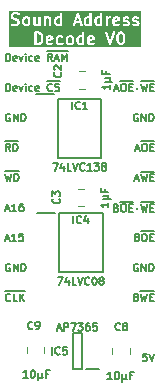
<source format=gto>
%TF.GenerationSoftware,KiCad,Pcbnew,8.0.4*%
%TF.CreationDate,2024-08-13T19:01:42+02:00*%
%TF.ProjectId,Sound Address Decode,536f756e-6420-4416-9464-726573732044,rev?*%
%TF.SameCoordinates,Original*%
%TF.FileFunction,Legend,Top*%
%TF.FilePolarity,Positive*%
%FSLAX46Y46*%
G04 Gerber Fmt 4.6, Leading zero omitted, Abs format (unit mm)*
G04 Created by KiCad (PCBNEW 8.0.4) date 2024-08-13 19:01:42*
%MOMM*%
%LPD*%
G01*
G04 APERTURE LIST*
%ADD10C,0.150000*%
%ADD11C,0.200000*%
%ADD12C,0.120000*%
G04 APERTURE END LIST*
D10*
X101325935Y-81233344D02*
X101416649Y-81263582D01*
X101416649Y-81263582D02*
X101446887Y-81293820D01*
X101446887Y-81293820D02*
X101477125Y-81354296D01*
X101477125Y-81354296D02*
X101477125Y-81445010D01*
X101477125Y-81445010D02*
X101446887Y-81505486D01*
X101446887Y-81505486D02*
X101416649Y-81535725D01*
X101416649Y-81535725D02*
X101356173Y-81565963D01*
X101356173Y-81565963D02*
X101114268Y-81565963D01*
X101114268Y-81565963D02*
X101114268Y-80930963D01*
X101114268Y-80930963D02*
X101325935Y-80930963D01*
X101325935Y-80930963D02*
X101386411Y-80961201D01*
X101386411Y-80961201D02*
X101416649Y-80991439D01*
X101416649Y-80991439D02*
X101446887Y-81051915D01*
X101446887Y-81051915D02*
X101446887Y-81112391D01*
X101446887Y-81112391D02*
X101416649Y-81172867D01*
X101416649Y-81172867D02*
X101386411Y-81203105D01*
X101386411Y-81203105D02*
X101325935Y-81233344D01*
X101325935Y-81233344D02*
X101114268Y-81233344D01*
X101688792Y-80930963D02*
X101839982Y-81565963D01*
X101839982Y-81565963D02*
X101960935Y-81112391D01*
X101960935Y-81112391D02*
X102081887Y-81565963D01*
X102081887Y-81565963D02*
X102233078Y-80930963D01*
X102474982Y-81233344D02*
X102686649Y-81233344D01*
X102777363Y-81565963D02*
X102474982Y-81565963D01*
X102474982Y-81565963D02*
X102474982Y-80930963D01*
X102474982Y-80930963D02*
X102777363Y-80930963D01*
X101661578Y-80754675D02*
X102834816Y-80754675D01*
X102202839Y-86010963D02*
X101900458Y-86010963D01*
X101900458Y-86010963D02*
X101870220Y-86313344D01*
X101870220Y-86313344D02*
X101900458Y-86283105D01*
X101900458Y-86283105D02*
X101960934Y-86252867D01*
X101960934Y-86252867D02*
X102112125Y-86252867D01*
X102112125Y-86252867D02*
X102172601Y-86283105D01*
X102172601Y-86283105D02*
X102202839Y-86313344D01*
X102202839Y-86313344D02*
X102233077Y-86373820D01*
X102233077Y-86373820D02*
X102233077Y-86525010D01*
X102233077Y-86525010D02*
X102202839Y-86585486D01*
X102202839Y-86585486D02*
X102172601Y-86615725D01*
X102172601Y-86615725D02*
X102112125Y-86645963D01*
X102112125Y-86645963D02*
X101960934Y-86645963D01*
X101960934Y-86645963D02*
X101900458Y-86615725D01*
X101900458Y-86615725D02*
X101870220Y-86585486D01*
X102414506Y-86010963D02*
X102626172Y-86645963D01*
X102626172Y-86645963D02*
X102837839Y-86010963D01*
X101446887Y-65721201D02*
X101386411Y-65690963D01*
X101386411Y-65690963D02*
X101295697Y-65690963D01*
X101295697Y-65690963D02*
X101204982Y-65721201D01*
X101204982Y-65721201D02*
X101144506Y-65781677D01*
X101144506Y-65781677D02*
X101114268Y-65842153D01*
X101114268Y-65842153D02*
X101084030Y-65963105D01*
X101084030Y-65963105D02*
X101084030Y-66053820D01*
X101084030Y-66053820D02*
X101114268Y-66174772D01*
X101114268Y-66174772D02*
X101144506Y-66235248D01*
X101144506Y-66235248D02*
X101204982Y-66295725D01*
X101204982Y-66295725D02*
X101295697Y-66325963D01*
X101295697Y-66325963D02*
X101356173Y-66325963D01*
X101356173Y-66325963D02*
X101446887Y-66295725D01*
X101446887Y-66295725D02*
X101477125Y-66265486D01*
X101477125Y-66265486D02*
X101477125Y-66053820D01*
X101477125Y-66053820D02*
X101356173Y-66053820D01*
X101749268Y-66325963D02*
X101749268Y-65690963D01*
X101749268Y-65690963D02*
X102112125Y-66325963D01*
X102112125Y-66325963D02*
X102112125Y-65690963D01*
X102414506Y-66325963D02*
X102414506Y-65690963D01*
X102414506Y-65690963D02*
X102565696Y-65690963D01*
X102565696Y-65690963D02*
X102656411Y-65721201D01*
X102656411Y-65721201D02*
X102716887Y-65781677D01*
X102716887Y-65781677D02*
X102747125Y-65842153D01*
X102747125Y-65842153D02*
X102777363Y-65963105D01*
X102777363Y-65963105D02*
X102777363Y-66053820D01*
X102777363Y-66053820D02*
X102747125Y-66174772D01*
X102747125Y-66174772D02*
X102716887Y-66235248D01*
X102716887Y-66235248D02*
X102656411Y-66295725D01*
X102656411Y-66295725D02*
X102565696Y-66325963D01*
X102565696Y-66325963D02*
X102414506Y-66325963D01*
X99476572Y-63604534D02*
X99778953Y-63604534D01*
X99416096Y-63785963D02*
X99627762Y-63150963D01*
X99627762Y-63150963D02*
X99839429Y-63785963D01*
X100172048Y-63150963D02*
X100293001Y-63150963D01*
X100293001Y-63150963D02*
X100353477Y-63181201D01*
X100353477Y-63181201D02*
X100413953Y-63241677D01*
X100413953Y-63241677D02*
X100444191Y-63362629D01*
X100444191Y-63362629D02*
X100444191Y-63574296D01*
X100444191Y-63574296D02*
X100413953Y-63695248D01*
X100413953Y-63695248D02*
X100353477Y-63755725D01*
X100353477Y-63755725D02*
X100293001Y-63785963D01*
X100293001Y-63785963D02*
X100172048Y-63785963D01*
X100172048Y-63785963D02*
X100111572Y-63755725D01*
X100111572Y-63755725D02*
X100051096Y-63695248D01*
X100051096Y-63695248D02*
X100020858Y-63574296D01*
X100020858Y-63574296D02*
X100020858Y-63362629D01*
X100020858Y-63362629D02*
X100051096Y-63241677D01*
X100051096Y-63241677D02*
X100111572Y-63181201D01*
X100111572Y-63181201D02*
X100172048Y-63150963D01*
X100716334Y-63453344D02*
X100928001Y-63453344D01*
X101018715Y-63785963D02*
X100716334Y-63785963D01*
X100716334Y-63785963D02*
X100716334Y-63150963D01*
X100716334Y-63150963D02*
X101018715Y-63150963D01*
X99963406Y-62974675D02*
X101076168Y-62974675D01*
X101381572Y-63513820D02*
X101351334Y-63544058D01*
X101351334Y-63544058D02*
X101381572Y-63574296D01*
X101381572Y-63574296D02*
X101411810Y-63544058D01*
X101411810Y-63544058D02*
X101381572Y-63513820D01*
X101381572Y-63513820D02*
X101381572Y-63574296D01*
X101714192Y-63150963D02*
X101865382Y-63785963D01*
X101865382Y-63785963D02*
X101986335Y-63332391D01*
X101986335Y-63332391D02*
X102107287Y-63785963D01*
X102107287Y-63785963D02*
X102258478Y-63150963D01*
X102500382Y-63453344D02*
X102712049Y-63453344D01*
X102802763Y-63785963D02*
X102500382Y-63785963D01*
X102500382Y-63785963D02*
X102500382Y-63150963D01*
X102500382Y-63150963D02*
X102802763Y-63150963D01*
X101686978Y-62974675D02*
X102860216Y-62974675D01*
X90625493Y-78421201D02*
X90565017Y-78390963D01*
X90565017Y-78390963D02*
X90474303Y-78390963D01*
X90474303Y-78390963D02*
X90383588Y-78421201D01*
X90383588Y-78421201D02*
X90323112Y-78481677D01*
X90323112Y-78481677D02*
X90292874Y-78542153D01*
X90292874Y-78542153D02*
X90262636Y-78663105D01*
X90262636Y-78663105D02*
X90262636Y-78753820D01*
X90262636Y-78753820D02*
X90292874Y-78874772D01*
X90292874Y-78874772D02*
X90323112Y-78935248D01*
X90323112Y-78935248D02*
X90383588Y-78995725D01*
X90383588Y-78995725D02*
X90474303Y-79025963D01*
X90474303Y-79025963D02*
X90534779Y-79025963D01*
X90534779Y-79025963D02*
X90625493Y-78995725D01*
X90625493Y-78995725D02*
X90655731Y-78965486D01*
X90655731Y-78965486D02*
X90655731Y-78753820D01*
X90655731Y-78753820D02*
X90534779Y-78753820D01*
X90927874Y-79025963D02*
X90927874Y-78390963D01*
X90927874Y-78390963D02*
X91290731Y-79025963D01*
X91290731Y-79025963D02*
X91290731Y-78390963D01*
X91593112Y-79025963D02*
X91593112Y-78390963D01*
X91593112Y-78390963D02*
X91744302Y-78390963D01*
X91744302Y-78390963D02*
X91835017Y-78421201D01*
X91835017Y-78421201D02*
X91895493Y-78481677D01*
X91895493Y-78481677D02*
X91925731Y-78542153D01*
X91925731Y-78542153D02*
X91955969Y-78663105D01*
X91955969Y-78663105D02*
X91955969Y-78753820D01*
X91955969Y-78753820D02*
X91925731Y-78874772D01*
X91925731Y-78874772D02*
X91895493Y-78935248D01*
X91895493Y-78935248D02*
X91835017Y-78995725D01*
X91835017Y-78995725D02*
X91744302Y-79025963D01*
X91744302Y-79025963D02*
X91593112Y-79025963D01*
X90292874Y-61245963D02*
X90292874Y-60610963D01*
X90292874Y-60610963D02*
X90444064Y-60610963D01*
X90444064Y-60610963D02*
X90534779Y-60641201D01*
X90534779Y-60641201D02*
X90595255Y-60701677D01*
X90595255Y-60701677D02*
X90625493Y-60762153D01*
X90625493Y-60762153D02*
X90655731Y-60883105D01*
X90655731Y-60883105D02*
X90655731Y-60973820D01*
X90655731Y-60973820D02*
X90625493Y-61094772D01*
X90625493Y-61094772D02*
X90595255Y-61155248D01*
X90595255Y-61155248D02*
X90534779Y-61215725D01*
X90534779Y-61215725D02*
X90444064Y-61245963D01*
X90444064Y-61245963D02*
X90292874Y-61245963D01*
X91169779Y-61215725D02*
X91109303Y-61245963D01*
X91109303Y-61245963D02*
X90988350Y-61245963D01*
X90988350Y-61245963D02*
X90927874Y-61215725D01*
X90927874Y-61215725D02*
X90897636Y-61155248D01*
X90897636Y-61155248D02*
X90897636Y-60913344D01*
X90897636Y-60913344D02*
X90927874Y-60852867D01*
X90927874Y-60852867D02*
X90988350Y-60822629D01*
X90988350Y-60822629D02*
X91109303Y-60822629D01*
X91109303Y-60822629D02*
X91169779Y-60852867D01*
X91169779Y-60852867D02*
X91200017Y-60913344D01*
X91200017Y-60913344D02*
X91200017Y-60973820D01*
X91200017Y-60973820D02*
X90897636Y-61034296D01*
X91411684Y-60822629D02*
X91562874Y-61245963D01*
X91562874Y-61245963D02*
X91714065Y-60822629D01*
X91955970Y-61245963D02*
X91955970Y-60822629D01*
X91955970Y-60610963D02*
X91925732Y-60641201D01*
X91925732Y-60641201D02*
X91955970Y-60671439D01*
X91955970Y-60671439D02*
X91986208Y-60641201D01*
X91986208Y-60641201D02*
X91955970Y-60610963D01*
X91955970Y-60610963D02*
X91955970Y-60671439D01*
X92530494Y-61215725D02*
X92470018Y-61245963D01*
X92470018Y-61245963D02*
X92349065Y-61245963D01*
X92349065Y-61245963D02*
X92288589Y-61215725D01*
X92288589Y-61215725D02*
X92258351Y-61185486D01*
X92258351Y-61185486D02*
X92228113Y-61125010D01*
X92228113Y-61125010D02*
X92228113Y-60943582D01*
X92228113Y-60943582D02*
X92258351Y-60883105D01*
X92258351Y-60883105D02*
X92288589Y-60852867D01*
X92288589Y-60852867D02*
X92349065Y-60822629D01*
X92349065Y-60822629D02*
X92470018Y-60822629D01*
X92470018Y-60822629D02*
X92530494Y-60852867D01*
X93044542Y-61215725D02*
X92984066Y-61245963D01*
X92984066Y-61245963D02*
X92863113Y-61245963D01*
X92863113Y-61245963D02*
X92802637Y-61215725D01*
X92802637Y-61215725D02*
X92772399Y-61155248D01*
X92772399Y-61155248D02*
X92772399Y-60913344D01*
X92772399Y-60913344D02*
X92802637Y-60852867D01*
X92802637Y-60852867D02*
X92863113Y-60822629D01*
X92863113Y-60822629D02*
X92984066Y-60822629D01*
X92984066Y-60822629D02*
X93044542Y-60852867D01*
X93044542Y-60852867D02*
X93074780Y-60913344D01*
X93074780Y-60913344D02*
X93074780Y-60973820D01*
X93074780Y-60973820D02*
X92772399Y-61034296D01*
X94193590Y-61245963D02*
X93981923Y-60943582D01*
X93830733Y-61245963D02*
X93830733Y-60610963D01*
X93830733Y-60610963D02*
X94072638Y-60610963D01*
X94072638Y-60610963D02*
X94133114Y-60641201D01*
X94133114Y-60641201D02*
X94163352Y-60671439D01*
X94163352Y-60671439D02*
X94193590Y-60731915D01*
X94193590Y-60731915D02*
X94193590Y-60822629D01*
X94193590Y-60822629D02*
X94163352Y-60883105D01*
X94163352Y-60883105D02*
X94133114Y-60913344D01*
X94133114Y-60913344D02*
X94072638Y-60943582D01*
X94072638Y-60943582D02*
X93830733Y-60943582D01*
X94435495Y-61064534D02*
X94737876Y-61064534D01*
X94375019Y-61245963D02*
X94586685Y-60610963D01*
X94586685Y-60610963D02*
X94798352Y-61245963D01*
X95010019Y-61245963D02*
X95010019Y-60610963D01*
X95010019Y-60610963D02*
X95221686Y-61064534D01*
X95221686Y-61064534D02*
X95433352Y-60610963D01*
X95433352Y-60610963D02*
X95433352Y-61245963D01*
X93743043Y-60434675D02*
X95521043Y-60434675D01*
X90655731Y-81505486D02*
X90625493Y-81535725D01*
X90625493Y-81535725D02*
X90534779Y-81565963D01*
X90534779Y-81565963D02*
X90474303Y-81565963D01*
X90474303Y-81565963D02*
X90383588Y-81535725D01*
X90383588Y-81535725D02*
X90323112Y-81475248D01*
X90323112Y-81475248D02*
X90292874Y-81414772D01*
X90292874Y-81414772D02*
X90262636Y-81293820D01*
X90262636Y-81293820D02*
X90262636Y-81203105D01*
X90262636Y-81203105D02*
X90292874Y-81082153D01*
X90292874Y-81082153D02*
X90323112Y-81021677D01*
X90323112Y-81021677D02*
X90383588Y-80961201D01*
X90383588Y-80961201D02*
X90474303Y-80930963D01*
X90474303Y-80930963D02*
X90534779Y-80930963D01*
X90534779Y-80930963D02*
X90625493Y-80961201D01*
X90625493Y-80961201D02*
X90655731Y-80991439D01*
X91230255Y-81565963D02*
X90927874Y-81565963D01*
X90927874Y-81565963D02*
X90927874Y-80930963D01*
X91441922Y-81565963D02*
X91441922Y-80930963D01*
X91804779Y-81565963D02*
X91532636Y-81203105D01*
X91804779Y-80930963D02*
X91441922Y-81293820D01*
X90205184Y-80754675D02*
X91862232Y-80754675D01*
X90237236Y-76304534D02*
X90539617Y-76304534D01*
X90176760Y-76485963D02*
X90388426Y-75850963D01*
X90388426Y-75850963D02*
X90600093Y-76485963D01*
X91144379Y-76485963D02*
X90781522Y-76485963D01*
X90962950Y-76485963D02*
X90962950Y-75850963D01*
X90962950Y-75850963D02*
X90902474Y-75941677D01*
X90902474Y-75941677D02*
X90841998Y-76002153D01*
X90841998Y-76002153D02*
X90781522Y-76032391D01*
X91718903Y-75850963D02*
X91416522Y-75850963D01*
X91416522Y-75850963D02*
X91386284Y-76153344D01*
X91386284Y-76153344D02*
X91416522Y-76123105D01*
X91416522Y-76123105D02*
X91476998Y-76092867D01*
X91476998Y-76092867D02*
X91628189Y-76092867D01*
X91628189Y-76092867D02*
X91688665Y-76123105D01*
X91688665Y-76123105D02*
X91718903Y-76153344D01*
X91718903Y-76153344D02*
X91749141Y-76213820D01*
X91749141Y-76213820D02*
X91749141Y-76365010D01*
X91749141Y-76365010D02*
X91718903Y-76425486D01*
X91718903Y-76425486D02*
X91688665Y-76455725D01*
X91688665Y-76455725D02*
X91628189Y-76485963D01*
X91628189Y-76485963D02*
X91476998Y-76485963D01*
X91476998Y-76485963D02*
X91416522Y-76455725D01*
X91416522Y-76455725D02*
X91386284Y-76425486D01*
X90206998Y-70770963D02*
X90358188Y-71405963D01*
X90358188Y-71405963D02*
X90479141Y-70952391D01*
X90479141Y-70952391D02*
X90600093Y-71405963D01*
X90600093Y-71405963D02*
X90751284Y-70770963D01*
X90993188Y-71405963D02*
X90993188Y-70770963D01*
X90993188Y-70770963D02*
X91144378Y-70770963D01*
X91144378Y-70770963D02*
X91235093Y-70801201D01*
X91235093Y-70801201D02*
X91295569Y-70861677D01*
X91295569Y-70861677D02*
X91325807Y-70922153D01*
X91325807Y-70922153D02*
X91356045Y-71043105D01*
X91356045Y-71043105D02*
X91356045Y-71133820D01*
X91356045Y-71133820D02*
X91325807Y-71254772D01*
X91325807Y-71254772D02*
X91295569Y-71315248D01*
X91295569Y-71315248D02*
X91235093Y-71375725D01*
X91235093Y-71375725D02*
X91144378Y-71405963D01*
X91144378Y-71405963D02*
X90993188Y-71405963D01*
X90179784Y-70594675D02*
X91413498Y-70594675D01*
X101260620Y-68684534D02*
X101563001Y-68684534D01*
X101200144Y-68865963D02*
X101411810Y-68230963D01*
X101411810Y-68230963D02*
X101623477Y-68865963D01*
X101956096Y-68230963D02*
X102077049Y-68230963D01*
X102077049Y-68230963D02*
X102137525Y-68261201D01*
X102137525Y-68261201D02*
X102198001Y-68321677D01*
X102198001Y-68321677D02*
X102228239Y-68442629D01*
X102228239Y-68442629D02*
X102228239Y-68654296D01*
X102228239Y-68654296D02*
X102198001Y-68775248D01*
X102198001Y-68775248D02*
X102137525Y-68835725D01*
X102137525Y-68835725D02*
X102077049Y-68865963D01*
X102077049Y-68865963D02*
X101956096Y-68865963D01*
X101956096Y-68865963D02*
X101895620Y-68835725D01*
X101895620Y-68835725D02*
X101835144Y-68775248D01*
X101835144Y-68775248D02*
X101804906Y-68654296D01*
X101804906Y-68654296D02*
X101804906Y-68442629D01*
X101804906Y-68442629D02*
X101835144Y-68321677D01*
X101835144Y-68321677D02*
X101895620Y-68261201D01*
X101895620Y-68261201D02*
X101956096Y-68230963D01*
X102500382Y-68533344D02*
X102712049Y-68533344D01*
X102802763Y-68865963D02*
X102500382Y-68865963D01*
X102500382Y-68865963D02*
X102500382Y-68230963D01*
X102500382Y-68230963D02*
X102802763Y-68230963D01*
X101747454Y-68054675D02*
X102860216Y-68054675D01*
X99627763Y-73664144D02*
X99718477Y-73694382D01*
X99718477Y-73694382D02*
X99748715Y-73724620D01*
X99748715Y-73724620D02*
X99778953Y-73785096D01*
X99778953Y-73785096D02*
X99778953Y-73875810D01*
X99778953Y-73875810D02*
X99748715Y-73936286D01*
X99748715Y-73936286D02*
X99718477Y-73966525D01*
X99718477Y-73966525D02*
X99658001Y-73996763D01*
X99658001Y-73996763D02*
X99416096Y-73996763D01*
X99416096Y-73996763D02*
X99416096Y-73361763D01*
X99416096Y-73361763D02*
X99627763Y-73361763D01*
X99627763Y-73361763D02*
X99688239Y-73392001D01*
X99688239Y-73392001D02*
X99718477Y-73422239D01*
X99718477Y-73422239D02*
X99748715Y-73482715D01*
X99748715Y-73482715D02*
X99748715Y-73543191D01*
X99748715Y-73543191D02*
X99718477Y-73603667D01*
X99718477Y-73603667D02*
X99688239Y-73633905D01*
X99688239Y-73633905D02*
X99627763Y-73664144D01*
X99627763Y-73664144D02*
X99416096Y-73664144D01*
X100172048Y-73361763D02*
X100293001Y-73361763D01*
X100293001Y-73361763D02*
X100353477Y-73392001D01*
X100353477Y-73392001D02*
X100413953Y-73452477D01*
X100413953Y-73452477D02*
X100444191Y-73573429D01*
X100444191Y-73573429D02*
X100444191Y-73785096D01*
X100444191Y-73785096D02*
X100413953Y-73906048D01*
X100413953Y-73906048D02*
X100353477Y-73966525D01*
X100353477Y-73966525D02*
X100293001Y-73996763D01*
X100293001Y-73996763D02*
X100172048Y-73996763D01*
X100172048Y-73996763D02*
X100111572Y-73966525D01*
X100111572Y-73966525D02*
X100051096Y-73906048D01*
X100051096Y-73906048D02*
X100020858Y-73785096D01*
X100020858Y-73785096D02*
X100020858Y-73573429D01*
X100020858Y-73573429D02*
X100051096Y-73452477D01*
X100051096Y-73452477D02*
X100111572Y-73392001D01*
X100111572Y-73392001D02*
X100172048Y-73361763D01*
X100716334Y-73664144D02*
X100928001Y-73664144D01*
X101018715Y-73996763D02*
X100716334Y-73996763D01*
X100716334Y-73996763D02*
X100716334Y-73361763D01*
X100716334Y-73361763D02*
X101018715Y-73361763D01*
X99963406Y-73185475D02*
X101076168Y-73185475D01*
X101381572Y-73724620D02*
X101351334Y-73754858D01*
X101351334Y-73754858D02*
X101381572Y-73785096D01*
X101381572Y-73785096D02*
X101411810Y-73754858D01*
X101411810Y-73754858D02*
X101381572Y-73724620D01*
X101381572Y-73724620D02*
X101381572Y-73785096D01*
X101714192Y-73361763D02*
X101865382Y-73996763D01*
X101865382Y-73996763D02*
X101986335Y-73543191D01*
X101986335Y-73543191D02*
X102107287Y-73996763D01*
X102107287Y-73996763D02*
X102258478Y-73361763D01*
X102500382Y-73664144D02*
X102712049Y-73664144D01*
X102802763Y-73996763D02*
X102500382Y-73996763D01*
X102500382Y-73996763D02*
X102500382Y-73361763D01*
X102500382Y-73361763D02*
X102802763Y-73361763D01*
X101686978Y-73185475D02*
X102860216Y-73185475D01*
X90292874Y-63785963D02*
X90292874Y-63150963D01*
X90292874Y-63150963D02*
X90444064Y-63150963D01*
X90444064Y-63150963D02*
X90534779Y-63181201D01*
X90534779Y-63181201D02*
X90595255Y-63241677D01*
X90595255Y-63241677D02*
X90625493Y-63302153D01*
X90625493Y-63302153D02*
X90655731Y-63423105D01*
X90655731Y-63423105D02*
X90655731Y-63513820D01*
X90655731Y-63513820D02*
X90625493Y-63634772D01*
X90625493Y-63634772D02*
X90595255Y-63695248D01*
X90595255Y-63695248D02*
X90534779Y-63755725D01*
X90534779Y-63755725D02*
X90444064Y-63785963D01*
X90444064Y-63785963D02*
X90292874Y-63785963D01*
X91169779Y-63755725D02*
X91109303Y-63785963D01*
X91109303Y-63785963D02*
X90988350Y-63785963D01*
X90988350Y-63785963D02*
X90927874Y-63755725D01*
X90927874Y-63755725D02*
X90897636Y-63695248D01*
X90897636Y-63695248D02*
X90897636Y-63453344D01*
X90897636Y-63453344D02*
X90927874Y-63392867D01*
X90927874Y-63392867D02*
X90988350Y-63362629D01*
X90988350Y-63362629D02*
X91109303Y-63362629D01*
X91109303Y-63362629D02*
X91169779Y-63392867D01*
X91169779Y-63392867D02*
X91200017Y-63453344D01*
X91200017Y-63453344D02*
X91200017Y-63513820D01*
X91200017Y-63513820D02*
X90897636Y-63574296D01*
X91411684Y-63362629D02*
X91562874Y-63785963D01*
X91562874Y-63785963D02*
X91714065Y-63362629D01*
X91955970Y-63785963D02*
X91955970Y-63362629D01*
X91955970Y-63150963D02*
X91925732Y-63181201D01*
X91925732Y-63181201D02*
X91955970Y-63211439D01*
X91955970Y-63211439D02*
X91986208Y-63181201D01*
X91986208Y-63181201D02*
X91955970Y-63150963D01*
X91955970Y-63150963D02*
X91955970Y-63211439D01*
X92530494Y-63755725D02*
X92470018Y-63785963D01*
X92470018Y-63785963D02*
X92349065Y-63785963D01*
X92349065Y-63785963D02*
X92288589Y-63755725D01*
X92288589Y-63755725D02*
X92258351Y-63725486D01*
X92258351Y-63725486D02*
X92228113Y-63665010D01*
X92228113Y-63665010D02*
X92228113Y-63483582D01*
X92228113Y-63483582D02*
X92258351Y-63423105D01*
X92258351Y-63423105D02*
X92288589Y-63392867D01*
X92288589Y-63392867D02*
X92349065Y-63362629D01*
X92349065Y-63362629D02*
X92470018Y-63362629D01*
X92470018Y-63362629D02*
X92530494Y-63392867D01*
X93044542Y-63755725D02*
X92984066Y-63785963D01*
X92984066Y-63785963D02*
X92863113Y-63785963D01*
X92863113Y-63785963D02*
X92802637Y-63755725D01*
X92802637Y-63755725D02*
X92772399Y-63695248D01*
X92772399Y-63695248D02*
X92772399Y-63453344D01*
X92772399Y-63453344D02*
X92802637Y-63392867D01*
X92802637Y-63392867D02*
X92863113Y-63362629D01*
X92863113Y-63362629D02*
X92984066Y-63362629D01*
X92984066Y-63362629D02*
X93044542Y-63392867D01*
X93044542Y-63392867D02*
X93074780Y-63453344D01*
X93074780Y-63453344D02*
X93074780Y-63513820D01*
X93074780Y-63513820D02*
X92772399Y-63574296D01*
X94193590Y-63725486D02*
X94163352Y-63755725D01*
X94163352Y-63755725D02*
X94072638Y-63785963D01*
X94072638Y-63785963D02*
X94012162Y-63785963D01*
X94012162Y-63785963D02*
X93921447Y-63755725D01*
X93921447Y-63755725D02*
X93860971Y-63695248D01*
X93860971Y-63695248D02*
X93830733Y-63634772D01*
X93830733Y-63634772D02*
X93800495Y-63513820D01*
X93800495Y-63513820D02*
X93800495Y-63423105D01*
X93800495Y-63423105D02*
X93830733Y-63302153D01*
X93830733Y-63302153D02*
X93860971Y-63241677D01*
X93860971Y-63241677D02*
X93921447Y-63181201D01*
X93921447Y-63181201D02*
X94012162Y-63150963D01*
X94012162Y-63150963D02*
X94072638Y-63150963D01*
X94072638Y-63150963D02*
X94163352Y-63181201D01*
X94163352Y-63181201D02*
X94193590Y-63211439D01*
X94435495Y-63755725D02*
X94526209Y-63785963D01*
X94526209Y-63785963D02*
X94677400Y-63785963D01*
X94677400Y-63785963D02*
X94737876Y-63755725D01*
X94737876Y-63755725D02*
X94768114Y-63725486D01*
X94768114Y-63725486D02*
X94798352Y-63665010D01*
X94798352Y-63665010D02*
X94798352Y-63604534D01*
X94798352Y-63604534D02*
X94768114Y-63544058D01*
X94768114Y-63544058D02*
X94737876Y-63513820D01*
X94737876Y-63513820D02*
X94677400Y-63483582D01*
X94677400Y-63483582D02*
X94556447Y-63453344D01*
X94556447Y-63453344D02*
X94495971Y-63423105D01*
X94495971Y-63423105D02*
X94465733Y-63392867D01*
X94465733Y-63392867D02*
X94435495Y-63332391D01*
X94435495Y-63332391D02*
X94435495Y-63271915D01*
X94435495Y-63271915D02*
X94465733Y-63211439D01*
X94465733Y-63211439D02*
X94495971Y-63181201D01*
X94495971Y-63181201D02*
X94556447Y-63150963D01*
X94556447Y-63150963D02*
X94707638Y-63150963D01*
X94707638Y-63150963D02*
X94798352Y-63181201D01*
X93743043Y-62974675D02*
X94855805Y-62974675D01*
X101386411Y-76153344D02*
X101477125Y-76183582D01*
X101477125Y-76183582D02*
X101507363Y-76213820D01*
X101507363Y-76213820D02*
X101537601Y-76274296D01*
X101537601Y-76274296D02*
X101537601Y-76365010D01*
X101537601Y-76365010D02*
X101507363Y-76425486D01*
X101507363Y-76425486D02*
X101477125Y-76455725D01*
X101477125Y-76455725D02*
X101416649Y-76485963D01*
X101416649Y-76485963D02*
X101174744Y-76485963D01*
X101174744Y-76485963D02*
X101174744Y-75850963D01*
X101174744Y-75850963D02*
X101386411Y-75850963D01*
X101386411Y-75850963D02*
X101446887Y-75881201D01*
X101446887Y-75881201D02*
X101477125Y-75911439D01*
X101477125Y-75911439D02*
X101507363Y-75971915D01*
X101507363Y-75971915D02*
X101507363Y-76032391D01*
X101507363Y-76032391D02*
X101477125Y-76092867D01*
X101477125Y-76092867D02*
X101446887Y-76123105D01*
X101446887Y-76123105D02*
X101386411Y-76153344D01*
X101386411Y-76153344D02*
X101174744Y-76153344D01*
X101930696Y-75850963D02*
X102051649Y-75850963D01*
X102051649Y-75850963D02*
X102112125Y-75881201D01*
X102112125Y-75881201D02*
X102172601Y-75941677D01*
X102172601Y-75941677D02*
X102202839Y-76062629D01*
X102202839Y-76062629D02*
X102202839Y-76274296D01*
X102202839Y-76274296D02*
X102172601Y-76395248D01*
X102172601Y-76395248D02*
X102112125Y-76455725D01*
X102112125Y-76455725D02*
X102051649Y-76485963D01*
X102051649Y-76485963D02*
X101930696Y-76485963D01*
X101930696Y-76485963D02*
X101870220Y-76455725D01*
X101870220Y-76455725D02*
X101809744Y-76395248D01*
X101809744Y-76395248D02*
X101779506Y-76274296D01*
X101779506Y-76274296D02*
X101779506Y-76062629D01*
X101779506Y-76062629D02*
X101809744Y-75941677D01*
X101809744Y-75941677D02*
X101870220Y-75881201D01*
X101870220Y-75881201D02*
X101930696Y-75850963D01*
X102474982Y-76153344D02*
X102686649Y-76153344D01*
X102777363Y-76485963D02*
X102474982Y-76485963D01*
X102474982Y-76485963D02*
X102474982Y-75850963D01*
X102474982Y-75850963D02*
X102777363Y-75850963D01*
X101722054Y-75674675D02*
X102834816Y-75674675D01*
X90625493Y-65721201D02*
X90565017Y-65690963D01*
X90565017Y-65690963D02*
X90474303Y-65690963D01*
X90474303Y-65690963D02*
X90383588Y-65721201D01*
X90383588Y-65721201D02*
X90323112Y-65781677D01*
X90323112Y-65781677D02*
X90292874Y-65842153D01*
X90292874Y-65842153D02*
X90262636Y-65963105D01*
X90262636Y-65963105D02*
X90262636Y-66053820D01*
X90262636Y-66053820D02*
X90292874Y-66174772D01*
X90292874Y-66174772D02*
X90323112Y-66235248D01*
X90323112Y-66235248D02*
X90383588Y-66295725D01*
X90383588Y-66295725D02*
X90474303Y-66325963D01*
X90474303Y-66325963D02*
X90534779Y-66325963D01*
X90534779Y-66325963D02*
X90625493Y-66295725D01*
X90625493Y-66295725D02*
X90655731Y-66265486D01*
X90655731Y-66265486D02*
X90655731Y-66053820D01*
X90655731Y-66053820D02*
X90534779Y-66053820D01*
X90927874Y-66325963D02*
X90927874Y-65690963D01*
X90927874Y-65690963D02*
X91290731Y-66325963D01*
X91290731Y-66325963D02*
X91290731Y-65690963D01*
X91593112Y-66325963D02*
X91593112Y-65690963D01*
X91593112Y-65690963D02*
X91744302Y-65690963D01*
X91744302Y-65690963D02*
X91835017Y-65721201D01*
X91835017Y-65721201D02*
X91895493Y-65781677D01*
X91895493Y-65781677D02*
X91925731Y-65842153D01*
X91925731Y-65842153D02*
X91955969Y-65963105D01*
X91955969Y-65963105D02*
X91955969Y-66053820D01*
X91955969Y-66053820D02*
X91925731Y-66174772D01*
X91925731Y-66174772D02*
X91895493Y-66235248D01*
X91895493Y-66235248D02*
X91835017Y-66295725D01*
X91835017Y-66295725D02*
X91744302Y-66325963D01*
X91744302Y-66325963D02*
X91593112Y-66325963D01*
D11*
G36*
X93108836Y-58946240D02*
G01*
X93175909Y-59013313D01*
X93211361Y-59084218D01*
X93253332Y-59252099D01*
X93253332Y-59370337D01*
X93211361Y-59538218D01*
X93175908Y-59609124D01*
X93108837Y-59676197D01*
X93003772Y-59711219D01*
X92881904Y-59711219D01*
X92881904Y-58911219D01*
X93003772Y-58911219D01*
X93108836Y-58946240D01*
G37*
G36*
X94088320Y-59266707D02*
G01*
X94105770Y-59301607D01*
X93834285Y-59355904D01*
X93834285Y-59311016D01*
X93856440Y-59266706D01*
X93900749Y-59244552D01*
X94044011Y-59244552D01*
X94088320Y-59266707D01*
G37*
G36*
X95817906Y-59274357D02*
G01*
X95842575Y-59299025D01*
X95872380Y-59358635D01*
X95872380Y-59597135D01*
X95842575Y-59656743D01*
X95817906Y-59681413D01*
X95758297Y-59711219D01*
X95662654Y-59711219D01*
X95603044Y-59681414D01*
X95578377Y-59656746D01*
X95548571Y-59597134D01*
X95548571Y-59358635D01*
X95578376Y-59299025D01*
X95603044Y-59274356D01*
X95662654Y-59244552D01*
X95758297Y-59244552D01*
X95817906Y-59274357D01*
G37*
G36*
X96729523Y-59253974D02*
G01*
X96729523Y-59701796D01*
X96710678Y-59711219D01*
X96567416Y-59711219D01*
X96507806Y-59681414D01*
X96483139Y-59656746D01*
X96453333Y-59597134D01*
X96453333Y-59358635D01*
X96483138Y-59299025D01*
X96507806Y-59274356D01*
X96567416Y-59244552D01*
X96710678Y-59244552D01*
X96729523Y-59253974D01*
G37*
G36*
X97612130Y-59266707D02*
G01*
X97629580Y-59301607D01*
X97358095Y-59355904D01*
X97358095Y-59311016D01*
X97380250Y-59266706D01*
X97424559Y-59244552D01*
X97567821Y-59244552D01*
X97612130Y-59266707D01*
G37*
G36*
X100103621Y-58941024D02*
G01*
X100128290Y-58965692D01*
X100163743Y-59036599D01*
X100205714Y-59204480D01*
X100205714Y-59417956D01*
X100163743Y-59585837D01*
X100128290Y-59656743D01*
X100103621Y-59681413D01*
X100044012Y-59711219D01*
X99995988Y-59711219D01*
X99936378Y-59681414D01*
X99911711Y-59656746D01*
X99876256Y-59585837D01*
X99834286Y-59417956D01*
X99834286Y-59204481D01*
X99876256Y-59036599D01*
X99911710Y-58965692D01*
X99936378Y-58941023D01*
X99995988Y-58911219D01*
X100044012Y-58911219D01*
X100103621Y-58941024D01*
G37*
G36*
X92103620Y-57664413D02*
G01*
X92128289Y-57689081D01*
X92158094Y-57748691D01*
X92158094Y-57987191D01*
X92128289Y-58046799D01*
X92103620Y-58071469D01*
X92044011Y-58101275D01*
X91948368Y-58101275D01*
X91888758Y-58071470D01*
X91864091Y-58046802D01*
X91834285Y-57987190D01*
X91834285Y-57748691D01*
X91864090Y-57689081D01*
X91888758Y-57664412D01*
X91948368Y-57634608D01*
X92044011Y-57634608D01*
X92103620Y-57664413D01*
G37*
G36*
X94824761Y-57644030D02*
G01*
X94824761Y-58091852D01*
X94805916Y-58101275D01*
X94662654Y-58101275D01*
X94603044Y-58071470D01*
X94578377Y-58046802D01*
X94548571Y-57987190D01*
X94548571Y-57748691D01*
X94578376Y-57689081D01*
X94603044Y-57664412D01*
X94662654Y-57634608D01*
X94805916Y-57634608D01*
X94824761Y-57644030D01*
G37*
G36*
X97348571Y-57644030D02*
G01*
X97348571Y-58091852D01*
X97329726Y-58101275D01*
X97186464Y-58101275D01*
X97126854Y-58071470D01*
X97102187Y-58046802D01*
X97072381Y-57987190D01*
X97072381Y-57748691D01*
X97102186Y-57689081D01*
X97126854Y-57664412D01*
X97186464Y-57634608D01*
X97329726Y-57634608D01*
X97348571Y-57644030D01*
G37*
G36*
X98253333Y-57644030D02*
G01*
X98253333Y-58091852D01*
X98234488Y-58101275D01*
X98091226Y-58101275D01*
X98031616Y-58071470D01*
X98006949Y-58046802D01*
X97977143Y-57987190D01*
X97977143Y-57748691D01*
X98006948Y-57689081D01*
X98031616Y-57664412D01*
X98091226Y-57634608D01*
X98234488Y-57634608D01*
X98253333Y-57644030D01*
G37*
G36*
X99754988Y-57656763D02*
G01*
X99772438Y-57691663D01*
X99500953Y-57745960D01*
X99500953Y-57701072D01*
X99523108Y-57656762D01*
X99567417Y-57634608D01*
X99710679Y-57634608D01*
X99754988Y-57656763D01*
G37*
G36*
X96452686Y-57815560D02*
G01*
X96253981Y-57815560D01*
X96353333Y-57517502D01*
X96452686Y-57815560D01*
G37*
G36*
X101707302Y-60022330D02*
G01*
X90570793Y-60022330D01*
X90570793Y-58811219D01*
X92681904Y-58811219D01*
X92681904Y-59811219D01*
X92683825Y-59830728D01*
X92698757Y-59866776D01*
X92726347Y-59894366D01*
X92762395Y-59909298D01*
X92781904Y-59911219D01*
X93019999Y-59911219D01*
X93029872Y-59910246D01*
X93032506Y-59910434D01*
X93035969Y-59909646D01*
X93039508Y-59909298D01*
X93041950Y-59908286D01*
X93051622Y-59906087D01*
X93194478Y-59858468D01*
X93212379Y-59850477D01*
X93215094Y-59848122D01*
X93218414Y-59846747D01*
X93233567Y-59834310D01*
X93328805Y-59739071D01*
X93335097Y-59731404D01*
X93337094Y-59729673D01*
X93338987Y-59726665D01*
X93341242Y-59723918D01*
X93342253Y-59721476D01*
X93347537Y-59713082D01*
X93395156Y-59617845D01*
X93395702Y-59616416D01*
X93396132Y-59615837D01*
X93399053Y-59607660D01*
X93402162Y-59599536D01*
X93402213Y-59598815D01*
X93402727Y-59597377D01*
X93450346Y-59406901D01*
X93450846Y-59403519D01*
X93451411Y-59402156D01*
X93452134Y-59394805D01*
X93453214Y-59387508D01*
X93452996Y-59386049D01*
X93453332Y-59382647D01*
X93453332Y-59287409D01*
X93634285Y-59287409D01*
X93634285Y-59668361D01*
X93636206Y-59687870D01*
X93637581Y-59691190D01*
X93637836Y-59694773D01*
X93644842Y-59713082D01*
X93692461Y-59808321D01*
X93694514Y-59811584D01*
X93695028Y-59813123D01*
X93696690Y-59815039D01*
X93702904Y-59824911D01*
X93712375Y-59833125D01*
X93720592Y-59842600D01*
X93730462Y-59848812D01*
X93732380Y-59850476D01*
X93733920Y-59850989D01*
X93737183Y-59853043D01*
X93832420Y-59900662D01*
X93850729Y-59907668D01*
X93854312Y-59907922D01*
X93857633Y-59909298D01*
X93877142Y-59911219D01*
X94067618Y-59911219D01*
X94087127Y-59909298D01*
X94090447Y-59907922D01*
X94094031Y-59907668D01*
X94112339Y-59900662D01*
X94207577Y-59853043D01*
X94224167Y-59842600D01*
X94249732Y-59813123D01*
X94262070Y-59776107D01*
X94259305Y-59737187D01*
X94241856Y-59702289D01*
X94212379Y-59676724D01*
X94175363Y-59664385D01*
X94136443Y-59667151D01*
X94118134Y-59674157D01*
X94044011Y-59711219D01*
X93900749Y-59711219D01*
X93856439Y-59689064D01*
X93834285Y-59644754D01*
X93834285Y-59559865D01*
X94229981Y-59480726D01*
X94229984Y-59480726D01*
X94229986Y-59480724D01*
X94230086Y-59480705D01*
X94248840Y-59474995D01*
X94256980Y-59469543D01*
X94266032Y-59465794D01*
X94273033Y-59458792D01*
X94281259Y-59453284D01*
X94286693Y-59445132D01*
X94293622Y-59438204D01*
X94297411Y-59429056D01*
X94302903Y-59420819D01*
X94304804Y-59411208D01*
X94308554Y-59402156D01*
X94310475Y-59382647D01*
X94310475Y-59335028D01*
X94491428Y-59335028D01*
X94491428Y-59620742D01*
X94493349Y-59640251D01*
X94494724Y-59643571D01*
X94494979Y-59647155D01*
X94501985Y-59665463D01*
X94549604Y-59760701D01*
X94554887Y-59769093D01*
X94555899Y-59771537D01*
X94558155Y-59774286D01*
X94560047Y-59777291D01*
X94562041Y-59779020D01*
X94568336Y-59786690D01*
X94615954Y-59834310D01*
X94623622Y-59840603D01*
X94625354Y-59842600D01*
X94628362Y-59844493D01*
X94631108Y-59846747D01*
X94633548Y-59847757D01*
X94641945Y-59853043D01*
X94737182Y-59900662D01*
X94755491Y-59907668D01*
X94759074Y-59907922D01*
X94762395Y-59909298D01*
X94781904Y-59911219D01*
X94972380Y-59911219D01*
X94991889Y-59909298D01*
X94995209Y-59907922D01*
X94998793Y-59907668D01*
X95017101Y-59900662D01*
X95112339Y-59853043D01*
X95128929Y-59842600D01*
X95154494Y-59813123D01*
X95166832Y-59776107D01*
X95164067Y-59737187D01*
X95146618Y-59702289D01*
X95117141Y-59676724D01*
X95080125Y-59664385D01*
X95041205Y-59667151D01*
X95022896Y-59674157D01*
X94948773Y-59711219D01*
X94805511Y-59711219D01*
X94745901Y-59681414D01*
X94721234Y-59656746D01*
X94691428Y-59597134D01*
X94691428Y-59358635D01*
X94703232Y-59335028D01*
X95348571Y-59335028D01*
X95348571Y-59620742D01*
X95350492Y-59640251D01*
X95351867Y-59643571D01*
X95352122Y-59647155D01*
X95359128Y-59665463D01*
X95406747Y-59760701D01*
X95412030Y-59769093D01*
X95413042Y-59771537D01*
X95415298Y-59774286D01*
X95417190Y-59777291D01*
X95419184Y-59779020D01*
X95425479Y-59786690D01*
X95473097Y-59834310D01*
X95480765Y-59840603D01*
X95482497Y-59842600D01*
X95485505Y-59844493D01*
X95488251Y-59846747D01*
X95490691Y-59847757D01*
X95499088Y-59853043D01*
X95594325Y-59900662D01*
X95612634Y-59907668D01*
X95616217Y-59907922D01*
X95619538Y-59909298D01*
X95639047Y-59911219D01*
X95781904Y-59911219D01*
X95801413Y-59909298D01*
X95804733Y-59907922D01*
X95808317Y-59907668D01*
X95826625Y-59900662D01*
X95921863Y-59853043D01*
X95930258Y-59847758D01*
X95932700Y-59846747D01*
X95935447Y-59844491D01*
X95938453Y-59842600D01*
X95940183Y-59840605D01*
X95947853Y-59834310D01*
X95995472Y-59786690D01*
X96001764Y-59779023D01*
X96003761Y-59777292D01*
X96005654Y-59774284D01*
X96007909Y-59771537D01*
X96008920Y-59769095D01*
X96014204Y-59760701D01*
X96061823Y-59665464D01*
X96068829Y-59647155D01*
X96069083Y-59643571D01*
X96070459Y-59640251D01*
X96072380Y-59620742D01*
X96072380Y-59335028D01*
X96253333Y-59335028D01*
X96253333Y-59620742D01*
X96255254Y-59640251D01*
X96256629Y-59643571D01*
X96256884Y-59647155D01*
X96263890Y-59665463D01*
X96311509Y-59760701D01*
X96316792Y-59769093D01*
X96317804Y-59771537D01*
X96320060Y-59774286D01*
X96321952Y-59777291D01*
X96323946Y-59779020D01*
X96330241Y-59786690D01*
X96377859Y-59834310D01*
X96385527Y-59840603D01*
X96387259Y-59842600D01*
X96390267Y-59844493D01*
X96393013Y-59846747D01*
X96395453Y-59847757D01*
X96403850Y-59853043D01*
X96499087Y-59900662D01*
X96517396Y-59907668D01*
X96520979Y-59907922D01*
X96524300Y-59909298D01*
X96543809Y-59911219D01*
X96734285Y-59911219D01*
X96753794Y-59909298D01*
X96757114Y-59907922D01*
X96760698Y-59907668D01*
X96779006Y-59900662D01*
X96783609Y-59898360D01*
X96810014Y-59909298D01*
X96849032Y-59909298D01*
X96885080Y-59894366D01*
X96912670Y-59866776D01*
X96927602Y-59830728D01*
X96929523Y-59811219D01*
X96929523Y-59287409D01*
X97158095Y-59287409D01*
X97158095Y-59668361D01*
X97160016Y-59687870D01*
X97161391Y-59691190D01*
X97161646Y-59694773D01*
X97168652Y-59713082D01*
X97216271Y-59808321D01*
X97218324Y-59811584D01*
X97218838Y-59813123D01*
X97220500Y-59815039D01*
X97226714Y-59824911D01*
X97236185Y-59833125D01*
X97244402Y-59842600D01*
X97254272Y-59848812D01*
X97256190Y-59850476D01*
X97257730Y-59850989D01*
X97260993Y-59853043D01*
X97356230Y-59900662D01*
X97374539Y-59907668D01*
X97378122Y-59907922D01*
X97381443Y-59909298D01*
X97400952Y-59911219D01*
X97591428Y-59911219D01*
X97610937Y-59909298D01*
X97614257Y-59907922D01*
X97617841Y-59907668D01*
X97636149Y-59900662D01*
X97731387Y-59853043D01*
X97747977Y-59842600D01*
X97773542Y-59813123D01*
X97785880Y-59776107D01*
X97783115Y-59737187D01*
X97765666Y-59702289D01*
X97736189Y-59676724D01*
X97699173Y-59664385D01*
X97660253Y-59667151D01*
X97641944Y-59674157D01*
X97567821Y-59711219D01*
X97424559Y-59711219D01*
X97380249Y-59689064D01*
X97358095Y-59644754D01*
X97358095Y-59559865D01*
X97753791Y-59480726D01*
X97753794Y-59480726D01*
X97753796Y-59480724D01*
X97753896Y-59480705D01*
X97772650Y-59474995D01*
X97780790Y-59469543D01*
X97789842Y-59465794D01*
X97796843Y-59458792D01*
X97805069Y-59453284D01*
X97810503Y-59445132D01*
X97817432Y-59438204D01*
X97821221Y-59429056D01*
X97826713Y-59420819D01*
X97828614Y-59411208D01*
X97832364Y-59402156D01*
X97834285Y-59382647D01*
X97834285Y-59287409D01*
X97832364Y-59267900D01*
X97830988Y-59264579D01*
X97830734Y-59260996D01*
X97823728Y-59242687D01*
X97776109Y-59147450D01*
X97774054Y-59144186D01*
X97773542Y-59142648D01*
X97771880Y-59140732D01*
X97765666Y-59130859D01*
X97756190Y-59122641D01*
X97747977Y-59113171D01*
X97738105Y-59106957D01*
X97736189Y-59105295D01*
X97734650Y-59104781D01*
X97731387Y-59102728D01*
X97636149Y-59055109D01*
X97617841Y-59048103D01*
X97614257Y-59047848D01*
X97610937Y-59046473D01*
X97591428Y-59044552D01*
X97400952Y-59044552D01*
X97381443Y-59046473D01*
X97378122Y-59047848D01*
X97374539Y-59048103D01*
X97356230Y-59055109D01*
X97260993Y-59102728D01*
X97257729Y-59104782D01*
X97256191Y-59105295D01*
X97254275Y-59106956D01*
X97244402Y-59113171D01*
X97236184Y-59122646D01*
X97226714Y-59130860D01*
X97220500Y-59140731D01*
X97218838Y-59142648D01*
X97218324Y-59144186D01*
X97216271Y-59147450D01*
X97168652Y-59242688D01*
X97161646Y-59260996D01*
X97161391Y-59264579D01*
X97160016Y-59267900D01*
X97158095Y-59287409D01*
X96929523Y-59287409D01*
X96929523Y-58823726D01*
X98682690Y-58823726D01*
X98687037Y-58842842D01*
X99020370Y-59842841D01*
X99028361Y-59860742D01*
X99033044Y-59866141D01*
X99036239Y-59872531D01*
X99045710Y-59880746D01*
X99053926Y-59890218D01*
X99060314Y-59893412D01*
X99065715Y-59898096D01*
X99077616Y-59902063D01*
X99088825Y-59907667D01*
X99095949Y-59908173D01*
X99102731Y-59910434D01*
X99115240Y-59909544D01*
X99127745Y-59910434D01*
X99134523Y-59908174D01*
X99141651Y-59907668D01*
X99152867Y-59902059D01*
X99164761Y-59898095D01*
X99170158Y-59893414D01*
X99176550Y-59890218D01*
X99184768Y-59880742D01*
X99194237Y-59872530D01*
X99197430Y-59866143D01*
X99202115Y-59860742D01*
X99210106Y-59842842D01*
X99426996Y-59192171D01*
X99634286Y-59192171D01*
X99634286Y-59430266D01*
X99634621Y-59433668D01*
X99634404Y-59435127D01*
X99635483Y-59442424D01*
X99636207Y-59449775D01*
X99636771Y-59451138D01*
X99637272Y-59454520D01*
X99684891Y-59644995D01*
X99685404Y-59646432D01*
X99685456Y-59647155D01*
X99688564Y-59655279D01*
X99691486Y-59663456D01*
X99691916Y-59664036D01*
X99692462Y-59665463D01*
X99740081Y-59760701D01*
X99745364Y-59769093D01*
X99746376Y-59771537D01*
X99748632Y-59774286D01*
X99750524Y-59777291D01*
X99752518Y-59779020D01*
X99758813Y-59786690D01*
X99806431Y-59834310D01*
X99814099Y-59840603D01*
X99815831Y-59842600D01*
X99818839Y-59844493D01*
X99821585Y-59846747D01*
X99824025Y-59847757D01*
X99832422Y-59853043D01*
X99927659Y-59900662D01*
X99945968Y-59907668D01*
X99949551Y-59907922D01*
X99952872Y-59909298D01*
X99972381Y-59911219D01*
X100067619Y-59911219D01*
X100087128Y-59909298D01*
X100090448Y-59907922D01*
X100094032Y-59907668D01*
X100112340Y-59900662D01*
X100207578Y-59853043D01*
X100215973Y-59847758D01*
X100218415Y-59846747D01*
X100221162Y-59844491D01*
X100224168Y-59842600D01*
X100225898Y-59840605D01*
X100233568Y-59834310D01*
X100281187Y-59786690D01*
X100287479Y-59779023D01*
X100289476Y-59777292D01*
X100291369Y-59774284D01*
X100293624Y-59771537D01*
X100294635Y-59769095D01*
X100299919Y-59760701D01*
X100347538Y-59665464D01*
X100348084Y-59664035D01*
X100348514Y-59663456D01*
X100351435Y-59655279D01*
X100354544Y-59647155D01*
X100354595Y-59646434D01*
X100355109Y-59644996D01*
X100402728Y-59454520D01*
X100403228Y-59451138D01*
X100403793Y-59449775D01*
X100404516Y-59442424D01*
X100405596Y-59435127D01*
X100405378Y-59433668D01*
X100405714Y-59430266D01*
X100405714Y-59192171D01*
X100405378Y-59188768D01*
X100405596Y-59187310D01*
X100404516Y-59180012D01*
X100403793Y-59172662D01*
X100403228Y-59171298D01*
X100402728Y-59167917D01*
X100355109Y-58977441D01*
X100354595Y-58976002D01*
X100354544Y-58975282D01*
X100351435Y-58967157D01*
X100348514Y-58958981D01*
X100348084Y-58958401D01*
X100347538Y-58956973D01*
X100299919Y-58861736D01*
X100294633Y-58853339D01*
X100293623Y-58850899D01*
X100291369Y-58848153D01*
X100289476Y-58845145D01*
X100287478Y-58843412D01*
X100281186Y-58835746D01*
X100233568Y-58788127D01*
X100225897Y-58781832D01*
X100224168Y-58779838D01*
X100221160Y-58777944D01*
X100218414Y-58775691D01*
X100215974Y-58774680D01*
X100207578Y-58769395D01*
X100112340Y-58721776D01*
X100094032Y-58714770D01*
X100090448Y-58714515D01*
X100087128Y-58713140D01*
X100067619Y-58711219D01*
X99972381Y-58711219D01*
X99952872Y-58713140D01*
X99949551Y-58714515D01*
X99945968Y-58714770D01*
X99927659Y-58721776D01*
X99832422Y-58769395D01*
X99824025Y-58774680D01*
X99821585Y-58775691D01*
X99818839Y-58777944D01*
X99815831Y-58779838D01*
X99814098Y-58781835D01*
X99806432Y-58788128D01*
X99758813Y-58835746D01*
X99752518Y-58843416D01*
X99750524Y-58845146D01*
X99748630Y-58848153D01*
X99746377Y-58850900D01*
X99745366Y-58853339D01*
X99740081Y-58861736D01*
X99692462Y-58956974D01*
X99691916Y-58958400D01*
X99691486Y-58958981D01*
X99688564Y-58967157D01*
X99685456Y-58975282D01*
X99685404Y-58976004D01*
X99684891Y-58977442D01*
X99637272Y-59167917D01*
X99636771Y-59171298D01*
X99636207Y-59172662D01*
X99635483Y-59180012D01*
X99634404Y-59187310D01*
X99634621Y-59188768D01*
X99634286Y-59192171D01*
X99426996Y-59192171D01*
X99543439Y-58842842D01*
X99547786Y-58823727D01*
X99545020Y-58784807D01*
X99527570Y-58749908D01*
X99498094Y-58724343D01*
X99461078Y-58712004D01*
X99422158Y-58714771D01*
X99387259Y-58732220D01*
X99361694Y-58761696D01*
X99353703Y-58779597D01*
X99115238Y-59494991D01*
X98876773Y-58779596D01*
X98868782Y-58761696D01*
X98843217Y-58732220D01*
X98808318Y-58714770D01*
X98769398Y-58712004D01*
X98732382Y-58724342D01*
X98702906Y-58749907D01*
X98685456Y-58784806D01*
X98682690Y-58823726D01*
X96929523Y-58823726D01*
X96929523Y-58811219D01*
X96927602Y-58791710D01*
X96912670Y-58755662D01*
X96885080Y-58728072D01*
X96849032Y-58713140D01*
X96810014Y-58713140D01*
X96773966Y-58728072D01*
X96746376Y-58755662D01*
X96731444Y-58791710D01*
X96729523Y-58811219D01*
X96729523Y-59044552D01*
X96543809Y-59044552D01*
X96524300Y-59046473D01*
X96520979Y-59047848D01*
X96517396Y-59048103D01*
X96499087Y-59055109D01*
X96403850Y-59102728D01*
X96395453Y-59108013D01*
X96393013Y-59109024D01*
X96390267Y-59111277D01*
X96387259Y-59113171D01*
X96385526Y-59115168D01*
X96377860Y-59121461D01*
X96330241Y-59169079D01*
X96323946Y-59176749D01*
X96321952Y-59178479D01*
X96320058Y-59181486D01*
X96317805Y-59184233D01*
X96316794Y-59186672D01*
X96311509Y-59195069D01*
X96263890Y-59290307D01*
X96256884Y-59308615D01*
X96256629Y-59312198D01*
X96255254Y-59315519D01*
X96253333Y-59335028D01*
X96072380Y-59335028D01*
X96070459Y-59315519D01*
X96069083Y-59312198D01*
X96068829Y-59308615D01*
X96061823Y-59290306D01*
X96014204Y-59195069D01*
X96008918Y-59186672D01*
X96007908Y-59184232D01*
X96005654Y-59181486D01*
X96003761Y-59178478D01*
X96001763Y-59176745D01*
X95995471Y-59169079D01*
X95947853Y-59121460D01*
X95940182Y-59115165D01*
X95938453Y-59113171D01*
X95935445Y-59111277D01*
X95932699Y-59109024D01*
X95930259Y-59108013D01*
X95921863Y-59102728D01*
X95826625Y-59055109D01*
X95808317Y-59048103D01*
X95804733Y-59047848D01*
X95801413Y-59046473D01*
X95781904Y-59044552D01*
X95639047Y-59044552D01*
X95619538Y-59046473D01*
X95616217Y-59047848D01*
X95612634Y-59048103D01*
X95594325Y-59055109D01*
X95499088Y-59102728D01*
X95490691Y-59108013D01*
X95488251Y-59109024D01*
X95485505Y-59111277D01*
X95482497Y-59113171D01*
X95480764Y-59115168D01*
X95473098Y-59121461D01*
X95425479Y-59169079D01*
X95419184Y-59176749D01*
X95417190Y-59178479D01*
X95415296Y-59181486D01*
X95413043Y-59184233D01*
X95412032Y-59186672D01*
X95406747Y-59195069D01*
X95359128Y-59290307D01*
X95352122Y-59308615D01*
X95351867Y-59312198D01*
X95350492Y-59315519D01*
X95348571Y-59335028D01*
X94703232Y-59335028D01*
X94721233Y-59299025D01*
X94745901Y-59274356D01*
X94805511Y-59244552D01*
X94948773Y-59244552D01*
X95022896Y-59281614D01*
X95041205Y-59288620D01*
X95080125Y-59291386D01*
X95117141Y-59279047D01*
X95146618Y-59253482D01*
X95164067Y-59218584D01*
X95166832Y-59179664D01*
X95154494Y-59142648D01*
X95128929Y-59113171D01*
X95112339Y-59102728D01*
X95017101Y-59055109D01*
X94998793Y-59048103D01*
X94995209Y-59047848D01*
X94991889Y-59046473D01*
X94972380Y-59044552D01*
X94781904Y-59044552D01*
X94762395Y-59046473D01*
X94759074Y-59047848D01*
X94755491Y-59048103D01*
X94737182Y-59055109D01*
X94641945Y-59102728D01*
X94633548Y-59108013D01*
X94631108Y-59109024D01*
X94628362Y-59111277D01*
X94625354Y-59113171D01*
X94623621Y-59115168D01*
X94615955Y-59121461D01*
X94568336Y-59169079D01*
X94562041Y-59176749D01*
X94560047Y-59178479D01*
X94558153Y-59181486D01*
X94555900Y-59184233D01*
X94554889Y-59186672D01*
X94549604Y-59195069D01*
X94501985Y-59290307D01*
X94494979Y-59308615D01*
X94494724Y-59312198D01*
X94493349Y-59315519D01*
X94491428Y-59335028D01*
X94310475Y-59335028D01*
X94310475Y-59287409D01*
X94308554Y-59267900D01*
X94307178Y-59264579D01*
X94306924Y-59260996D01*
X94299918Y-59242687D01*
X94252299Y-59147450D01*
X94250244Y-59144186D01*
X94249732Y-59142648D01*
X94248070Y-59140732D01*
X94241856Y-59130859D01*
X94232380Y-59122641D01*
X94224167Y-59113171D01*
X94214295Y-59106957D01*
X94212379Y-59105295D01*
X94210840Y-59104781D01*
X94207577Y-59102728D01*
X94112339Y-59055109D01*
X94094031Y-59048103D01*
X94090447Y-59047848D01*
X94087127Y-59046473D01*
X94067618Y-59044552D01*
X93877142Y-59044552D01*
X93857633Y-59046473D01*
X93854312Y-59047848D01*
X93850729Y-59048103D01*
X93832420Y-59055109D01*
X93737183Y-59102728D01*
X93733919Y-59104782D01*
X93732381Y-59105295D01*
X93730465Y-59106956D01*
X93720592Y-59113171D01*
X93712374Y-59122646D01*
X93702904Y-59130860D01*
X93696690Y-59140731D01*
X93695028Y-59142648D01*
X93694514Y-59144186D01*
X93692461Y-59147450D01*
X93644842Y-59242688D01*
X93637836Y-59260996D01*
X93637581Y-59264579D01*
X93636206Y-59267900D01*
X93634285Y-59287409D01*
X93453332Y-59287409D01*
X93453332Y-59239790D01*
X93452996Y-59236387D01*
X93453214Y-59234929D01*
X93452134Y-59227631D01*
X93451411Y-59220281D01*
X93450846Y-59218917D01*
X93450346Y-59215536D01*
X93402727Y-59025060D01*
X93402213Y-59023621D01*
X93402162Y-59022901D01*
X93399053Y-59014776D01*
X93396132Y-59006600D01*
X93395702Y-59006020D01*
X93395156Y-59004592D01*
X93347537Y-58909355D01*
X93342250Y-58900956D01*
X93341241Y-58898519D01*
X93338989Y-58895775D01*
X93337094Y-58892764D01*
X93335096Y-58891031D01*
X93328805Y-58883365D01*
X93233567Y-58788127D01*
X93218413Y-58775691D01*
X93215094Y-58774316D01*
X93212379Y-58771961D01*
X93194478Y-58763970D01*
X93051622Y-58716351D01*
X93041950Y-58714151D01*
X93039508Y-58713140D01*
X93035969Y-58712791D01*
X93032506Y-58712004D01*
X93029872Y-58712191D01*
X93019999Y-58711219D01*
X92781904Y-58711219D01*
X92762395Y-58713140D01*
X92726347Y-58728072D01*
X92698757Y-58755662D01*
X92683825Y-58791710D01*
X92681904Y-58811219D01*
X90570793Y-58811219D01*
X90570793Y-57391751D01*
X90681904Y-57391751D01*
X90681904Y-57486989D01*
X90683825Y-57506498D01*
X90685200Y-57509818D01*
X90685455Y-57513402D01*
X90692461Y-57531710D01*
X90740080Y-57626948D01*
X90745365Y-57635344D01*
X90746376Y-57637784D01*
X90748629Y-57640530D01*
X90750523Y-57643538D01*
X90752517Y-57645267D01*
X90758812Y-57652938D01*
X90806431Y-57700556D01*
X90814097Y-57706848D01*
X90815830Y-57708846D01*
X90818838Y-57710739D01*
X90821584Y-57712993D01*
X90824024Y-57714003D01*
X90832421Y-57719289D01*
X90927658Y-57766908D01*
X90929086Y-57767454D01*
X90929666Y-57767884D01*
X90937842Y-57770805D01*
X90945967Y-57773914D01*
X90946687Y-57773965D01*
X90948126Y-57774479D01*
X91127951Y-57819435D01*
X91198858Y-57854889D01*
X91223527Y-57879557D01*
X91253332Y-57939167D01*
X91253332Y-57987191D01*
X91223527Y-58046799D01*
X91198858Y-58071469D01*
X91139249Y-58101275D01*
X90940987Y-58101275D01*
X90813527Y-58058788D01*
X90794411Y-58054441D01*
X90755491Y-58057207D01*
X90720592Y-58074657D01*
X90695027Y-58104133D01*
X90682689Y-58141149D01*
X90685455Y-58180069D01*
X90702905Y-58214968D01*
X90732381Y-58240533D01*
X90750281Y-58248524D01*
X90893138Y-58296143D01*
X90902810Y-58298342D01*
X90905252Y-58299354D01*
X90908789Y-58299702D01*
X90912253Y-58300490D01*
X90914887Y-58300302D01*
X90924761Y-58301275D01*
X91162856Y-58301275D01*
X91182365Y-58299354D01*
X91185685Y-58297978D01*
X91189269Y-58297724D01*
X91207577Y-58290718D01*
X91302815Y-58243099D01*
X91311210Y-58237814D01*
X91313652Y-58236803D01*
X91316399Y-58234547D01*
X91319405Y-58232656D01*
X91321135Y-58230661D01*
X91328805Y-58224366D01*
X91376424Y-58176746D01*
X91382716Y-58169079D01*
X91384713Y-58167348D01*
X91386606Y-58164340D01*
X91388861Y-58161593D01*
X91389872Y-58159151D01*
X91395156Y-58150757D01*
X91442775Y-58055520D01*
X91449781Y-58037211D01*
X91450035Y-58033627D01*
X91451411Y-58030307D01*
X91453332Y-58010798D01*
X91453332Y-57915560D01*
X91451411Y-57896051D01*
X91450035Y-57892730D01*
X91449781Y-57889147D01*
X91442775Y-57870838D01*
X91395156Y-57775601D01*
X91389870Y-57767204D01*
X91388860Y-57764764D01*
X91386606Y-57762018D01*
X91384713Y-57759010D01*
X91382715Y-57757277D01*
X91376423Y-57749611D01*
X91351897Y-57725084D01*
X91634285Y-57725084D01*
X91634285Y-58010798D01*
X91636206Y-58030307D01*
X91637581Y-58033627D01*
X91637836Y-58037211D01*
X91644842Y-58055519D01*
X91692461Y-58150757D01*
X91697744Y-58159149D01*
X91698756Y-58161593D01*
X91701012Y-58164342D01*
X91702904Y-58167347D01*
X91704898Y-58169076D01*
X91711193Y-58176746D01*
X91758811Y-58224366D01*
X91766479Y-58230659D01*
X91768211Y-58232656D01*
X91771219Y-58234549D01*
X91773965Y-58236803D01*
X91776405Y-58237813D01*
X91784802Y-58243099D01*
X91880039Y-58290718D01*
X91898348Y-58297724D01*
X91901931Y-58297978D01*
X91905252Y-58299354D01*
X91924761Y-58301275D01*
X92067618Y-58301275D01*
X92087127Y-58299354D01*
X92090447Y-58297978D01*
X92094031Y-58297724D01*
X92112339Y-58290718D01*
X92207577Y-58243099D01*
X92215972Y-58237814D01*
X92218414Y-58236803D01*
X92221161Y-58234547D01*
X92224167Y-58232656D01*
X92225897Y-58230661D01*
X92233567Y-58224366D01*
X92281186Y-58176746D01*
X92287478Y-58169079D01*
X92289475Y-58167348D01*
X92291368Y-58164340D01*
X92293623Y-58161593D01*
X92294634Y-58159151D01*
X92299918Y-58150757D01*
X92347537Y-58055520D01*
X92354543Y-58037211D01*
X92354797Y-58033627D01*
X92356173Y-58030307D01*
X92358094Y-58010798D01*
X92358094Y-57725084D01*
X92356173Y-57705575D01*
X92354797Y-57702254D01*
X92354543Y-57698671D01*
X92347537Y-57680362D01*
X92299918Y-57585125D01*
X92294632Y-57576728D01*
X92293622Y-57574288D01*
X92291368Y-57571542D01*
X92289475Y-57568534D01*
X92287477Y-57566801D01*
X92281185Y-57559135D01*
X92256659Y-57534608D01*
X92586666Y-57534608D01*
X92586666Y-58058417D01*
X92588587Y-58077926D01*
X92589962Y-58081246D01*
X92590217Y-58084829D01*
X92597223Y-58103138D01*
X92644842Y-58198377D01*
X92646895Y-58201640D01*
X92647409Y-58203179D01*
X92649071Y-58205095D01*
X92655285Y-58214967D01*
X92664756Y-58223181D01*
X92672973Y-58232656D01*
X92682843Y-58238868D01*
X92684761Y-58240532D01*
X92686301Y-58241045D01*
X92689564Y-58243099D01*
X92784801Y-58290718D01*
X92803110Y-58297724D01*
X92806693Y-58297978D01*
X92810014Y-58299354D01*
X92829523Y-58301275D01*
X92972380Y-58301275D01*
X92991889Y-58299354D01*
X92995209Y-58297978D01*
X92998793Y-58297724D01*
X93017101Y-58290718D01*
X93049684Y-58274426D01*
X93059680Y-58284422D01*
X93095728Y-58299354D01*
X93134746Y-58299354D01*
X93170794Y-58284422D01*
X93198384Y-58256832D01*
X93213316Y-58220784D01*
X93215237Y-58201275D01*
X93215237Y-57534608D01*
X93491428Y-57534608D01*
X93491428Y-58201275D01*
X93493349Y-58220784D01*
X93508281Y-58256832D01*
X93535871Y-58284422D01*
X93571919Y-58299354D01*
X93610937Y-58299354D01*
X93646985Y-58284422D01*
X93674575Y-58256832D01*
X93689507Y-58220784D01*
X93691428Y-58201275D01*
X93691428Y-57671267D01*
X93698282Y-57664412D01*
X93757892Y-57634608D01*
X93853535Y-57634608D01*
X93897844Y-57656763D01*
X93919999Y-57701072D01*
X93919999Y-58201275D01*
X93921920Y-58220784D01*
X93936852Y-58256832D01*
X93964442Y-58284422D01*
X94000490Y-58299354D01*
X94039508Y-58299354D01*
X94075556Y-58284422D01*
X94103146Y-58256832D01*
X94118078Y-58220784D01*
X94119999Y-58201275D01*
X94119999Y-57725084D01*
X94348571Y-57725084D01*
X94348571Y-58010798D01*
X94350492Y-58030307D01*
X94351867Y-58033627D01*
X94352122Y-58037211D01*
X94359128Y-58055519D01*
X94406747Y-58150757D01*
X94412030Y-58159149D01*
X94413042Y-58161593D01*
X94415298Y-58164342D01*
X94417190Y-58167347D01*
X94419184Y-58169076D01*
X94425479Y-58176746D01*
X94473097Y-58224366D01*
X94480765Y-58230659D01*
X94482497Y-58232656D01*
X94485505Y-58234549D01*
X94488251Y-58236803D01*
X94490691Y-58237813D01*
X94499088Y-58243099D01*
X94594325Y-58290718D01*
X94612634Y-58297724D01*
X94616217Y-58297978D01*
X94619538Y-58299354D01*
X94639047Y-58301275D01*
X94829523Y-58301275D01*
X94849032Y-58299354D01*
X94852352Y-58297978D01*
X94855936Y-58297724D01*
X94874244Y-58290718D01*
X94878847Y-58288416D01*
X94905252Y-58299354D01*
X94944270Y-58299354D01*
X94980318Y-58284422D01*
X95007908Y-58256832D01*
X95022840Y-58220784D01*
X95024761Y-58201275D01*
X95024761Y-58188768D01*
X95920785Y-58188768D01*
X95923551Y-58227688D01*
X95941001Y-58262587D01*
X95970477Y-58288152D01*
X96007493Y-58300490D01*
X96046413Y-58297724D01*
X96081312Y-58280274D01*
X96106877Y-58250798D01*
X96114868Y-58232898D01*
X96187314Y-58015560D01*
X96519352Y-58015560D01*
X96591798Y-58232897D01*
X96599789Y-58250798D01*
X96625354Y-58280274D01*
X96660253Y-58297723D01*
X96699173Y-58300490D01*
X96736189Y-58288151D01*
X96765665Y-58262586D01*
X96783115Y-58227687D01*
X96785881Y-58188767D01*
X96781534Y-58169652D01*
X96633345Y-57725084D01*
X96872381Y-57725084D01*
X96872381Y-58010798D01*
X96874302Y-58030307D01*
X96875677Y-58033627D01*
X96875932Y-58037211D01*
X96882938Y-58055519D01*
X96930557Y-58150757D01*
X96935840Y-58159149D01*
X96936852Y-58161593D01*
X96939108Y-58164342D01*
X96941000Y-58167347D01*
X96942994Y-58169076D01*
X96949289Y-58176746D01*
X96996907Y-58224366D01*
X97004575Y-58230659D01*
X97006307Y-58232656D01*
X97009315Y-58234549D01*
X97012061Y-58236803D01*
X97014501Y-58237813D01*
X97022898Y-58243099D01*
X97118135Y-58290718D01*
X97136444Y-58297724D01*
X97140027Y-58297978D01*
X97143348Y-58299354D01*
X97162857Y-58301275D01*
X97353333Y-58301275D01*
X97372842Y-58299354D01*
X97376162Y-58297978D01*
X97379746Y-58297724D01*
X97398054Y-58290718D01*
X97402657Y-58288416D01*
X97429062Y-58299354D01*
X97468080Y-58299354D01*
X97504128Y-58284422D01*
X97531718Y-58256832D01*
X97546650Y-58220784D01*
X97548571Y-58201275D01*
X97548571Y-57725084D01*
X97777143Y-57725084D01*
X97777143Y-58010798D01*
X97779064Y-58030307D01*
X97780439Y-58033627D01*
X97780694Y-58037211D01*
X97787700Y-58055519D01*
X97835319Y-58150757D01*
X97840602Y-58159149D01*
X97841614Y-58161593D01*
X97843870Y-58164342D01*
X97845762Y-58167347D01*
X97847756Y-58169076D01*
X97854051Y-58176746D01*
X97901669Y-58224366D01*
X97909337Y-58230659D01*
X97911069Y-58232656D01*
X97914077Y-58234549D01*
X97916823Y-58236803D01*
X97919263Y-58237813D01*
X97927660Y-58243099D01*
X98022897Y-58290718D01*
X98041206Y-58297724D01*
X98044789Y-58297978D01*
X98048110Y-58299354D01*
X98067619Y-58301275D01*
X98258095Y-58301275D01*
X98277604Y-58299354D01*
X98280924Y-58297978D01*
X98284508Y-58297724D01*
X98302816Y-58290718D01*
X98307419Y-58288416D01*
X98333824Y-58299354D01*
X98372842Y-58299354D01*
X98408890Y-58284422D01*
X98436480Y-58256832D01*
X98451412Y-58220784D01*
X98453333Y-58201275D01*
X98453333Y-57534608D01*
X98729524Y-57534608D01*
X98729524Y-58201275D01*
X98731445Y-58220784D01*
X98746377Y-58256832D01*
X98773967Y-58284422D01*
X98810015Y-58299354D01*
X98849033Y-58299354D01*
X98885081Y-58284422D01*
X98912671Y-58256832D01*
X98927603Y-58220784D01*
X98929524Y-58201275D01*
X98929524Y-57748691D01*
X98959329Y-57689081D01*
X98970945Y-57677465D01*
X99300953Y-57677465D01*
X99300953Y-58058417D01*
X99302874Y-58077926D01*
X99304249Y-58081246D01*
X99304504Y-58084829D01*
X99311510Y-58103138D01*
X99359129Y-58198377D01*
X99361182Y-58201640D01*
X99361696Y-58203179D01*
X99363358Y-58205095D01*
X99369572Y-58214967D01*
X99379043Y-58223181D01*
X99387260Y-58232656D01*
X99397130Y-58238868D01*
X99399048Y-58240532D01*
X99400588Y-58241045D01*
X99403851Y-58243099D01*
X99499088Y-58290718D01*
X99517397Y-58297724D01*
X99520980Y-58297978D01*
X99524301Y-58299354D01*
X99543810Y-58301275D01*
X99734286Y-58301275D01*
X99753795Y-58299354D01*
X99757115Y-58297978D01*
X99760699Y-58297724D01*
X99779007Y-58290718D01*
X99874245Y-58243099D01*
X99890835Y-58232656D01*
X99916400Y-58203179D01*
X99928738Y-58166163D01*
X99925973Y-58127243D01*
X99908524Y-58092345D01*
X99879047Y-58066780D01*
X99842031Y-58054441D01*
X99803111Y-58057207D01*
X99784802Y-58064213D01*
X99710679Y-58101275D01*
X99567417Y-58101275D01*
X99523107Y-58079120D01*
X99500953Y-58034810D01*
X99500953Y-57949921D01*
X99896649Y-57870782D01*
X99896652Y-57870782D01*
X99896654Y-57870780D01*
X99896754Y-57870761D01*
X99915508Y-57865051D01*
X99923648Y-57859599D01*
X99932700Y-57855850D01*
X99939701Y-57848848D01*
X99947927Y-57843340D01*
X99953361Y-57835188D01*
X99960290Y-57828260D01*
X99964080Y-57819111D01*
X99969571Y-57810875D01*
X99971472Y-57801264D01*
X99975222Y-57792212D01*
X99977143Y-57772703D01*
X99977143Y-57677465D01*
X100158096Y-57677465D01*
X100158096Y-57725084D01*
X100160017Y-57744593D01*
X100161392Y-57747913D01*
X100161647Y-57751497D01*
X100168653Y-57769805D01*
X100216272Y-57865043D01*
X100218325Y-57868306D01*
X100218839Y-57869845D01*
X100220501Y-57871761D01*
X100226715Y-57881633D01*
X100236185Y-57889846D01*
X100244403Y-57899322D01*
X100254276Y-57905536D01*
X100256192Y-57907198D01*
X100257730Y-57907710D01*
X100260994Y-57909765D01*
X100356231Y-57957384D01*
X100374540Y-57964390D01*
X100378123Y-57964644D01*
X100381444Y-57966020D01*
X100400953Y-57967941D01*
X100520203Y-57967941D01*
X100564512Y-57990096D01*
X100586667Y-58034405D01*
X100586667Y-58034810D01*
X100564512Y-58079119D01*
X100520203Y-58101275D01*
X100376941Y-58101275D01*
X100302817Y-58064213D01*
X100284509Y-58057207D01*
X100245589Y-58054441D01*
X100208573Y-58066780D01*
X100179096Y-58092344D01*
X100161647Y-58127243D01*
X100158881Y-58166163D01*
X100171220Y-58203179D01*
X100196784Y-58232656D01*
X100213375Y-58243099D01*
X100308612Y-58290718D01*
X100326921Y-58297724D01*
X100330504Y-58297978D01*
X100333825Y-58299354D01*
X100353334Y-58301275D01*
X100543810Y-58301275D01*
X100563319Y-58299354D01*
X100566639Y-58297978D01*
X100570223Y-58297724D01*
X100588531Y-58290718D01*
X100683769Y-58243099D01*
X100687031Y-58241045D01*
X100688571Y-58240532D01*
X100690487Y-58238869D01*
X100700359Y-58232656D01*
X100708574Y-58223182D01*
X100718048Y-58214967D01*
X100724261Y-58205095D01*
X100725924Y-58203179D01*
X100726436Y-58201640D01*
X100728491Y-58198377D01*
X100776110Y-58103138D01*
X100783116Y-58084830D01*
X100783370Y-58081246D01*
X100784746Y-58077926D01*
X100786667Y-58058417D01*
X100786667Y-58010798D01*
X100784746Y-57991289D01*
X100783370Y-57987968D01*
X100783116Y-57984385D01*
X100776110Y-57966076D01*
X100728491Y-57870839D01*
X100726436Y-57867575D01*
X100725924Y-57866037D01*
X100724262Y-57864121D01*
X100718048Y-57854248D01*
X100708572Y-57846030D01*
X100700359Y-57836560D01*
X100690487Y-57830346D01*
X100688571Y-57828684D01*
X100687032Y-57828170D01*
X100683769Y-57826117D01*
X100588531Y-57778498D01*
X100570223Y-57771492D01*
X100566639Y-57771237D01*
X100563319Y-57769862D01*
X100543810Y-57767941D01*
X100424560Y-57767941D01*
X100380251Y-57745786D01*
X100358096Y-57701476D01*
X100358096Y-57701072D01*
X100380251Y-57656762D01*
X100424560Y-57634608D01*
X100520203Y-57634608D01*
X100594326Y-57671670D01*
X100612635Y-57678676D01*
X100651555Y-57681442D01*
X100663486Y-57677465D01*
X100967620Y-57677465D01*
X100967620Y-57725084D01*
X100969541Y-57744593D01*
X100970916Y-57747913D01*
X100971171Y-57751497D01*
X100978177Y-57769805D01*
X101025796Y-57865043D01*
X101027849Y-57868306D01*
X101028363Y-57869845D01*
X101030025Y-57871761D01*
X101036239Y-57881633D01*
X101045709Y-57889846D01*
X101053927Y-57899322D01*
X101063800Y-57905536D01*
X101065716Y-57907198D01*
X101067254Y-57907710D01*
X101070518Y-57909765D01*
X101165755Y-57957384D01*
X101184064Y-57964390D01*
X101187647Y-57964644D01*
X101190968Y-57966020D01*
X101210477Y-57967941D01*
X101329727Y-57967941D01*
X101374036Y-57990096D01*
X101396191Y-58034405D01*
X101396191Y-58034810D01*
X101374036Y-58079119D01*
X101329727Y-58101275D01*
X101186465Y-58101275D01*
X101112341Y-58064213D01*
X101094033Y-58057207D01*
X101055113Y-58054441D01*
X101018097Y-58066780D01*
X100988620Y-58092344D01*
X100971171Y-58127243D01*
X100968405Y-58166163D01*
X100980744Y-58203179D01*
X101006308Y-58232656D01*
X101022899Y-58243099D01*
X101118136Y-58290718D01*
X101136445Y-58297724D01*
X101140028Y-58297978D01*
X101143349Y-58299354D01*
X101162858Y-58301275D01*
X101353334Y-58301275D01*
X101372843Y-58299354D01*
X101376163Y-58297978D01*
X101379747Y-58297724D01*
X101398055Y-58290718D01*
X101493293Y-58243099D01*
X101496555Y-58241045D01*
X101498095Y-58240532D01*
X101500011Y-58238869D01*
X101509883Y-58232656D01*
X101518098Y-58223182D01*
X101527572Y-58214967D01*
X101533785Y-58205095D01*
X101535448Y-58203179D01*
X101535960Y-58201640D01*
X101538015Y-58198377D01*
X101585634Y-58103138D01*
X101592640Y-58084830D01*
X101592894Y-58081246D01*
X101594270Y-58077926D01*
X101596191Y-58058417D01*
X101596191Y-58010798D01*
X101594270Y-57991289D01*
X101592894Y-57987968D01*
X101592640Y-57984385D01*
X101585634Y-57966076D01*
X101538015Y-57870839D01*
X101535960Y-57867575D01*
X101535448Y-57866037D01*
X101533786Y-57864121D01*
X101527572Y-57854248D01*
X101518096Y-57846030D01*
X101509883Y-57836560D01*
X101500011Y-57830346D01*
X101498095Y-57828684D01*
X101496556Y-57828170D01*
X101493293Y-57826117D01*
X101398055Y-57778498D01*
X101379747Y-57771492D01*
X101376163Y-57771237D01*
X101372843Y-57769862D01*
X101353334Y-57767941D01*
X101234084Y-57767941D01*
X101189775Y-57745786D01*
X101167620Y-57701476D01*
X101167620Y-57701072D01*
X101189775Y-57656762D01*
X101234084Y-57634608D01*
X101329727Y-57634608D01*
X101403850Y-57671670D01*
X101422159Y-57678676D01*
X101461079Y-57681442D01*
X101498095Y-57669103D01*
X101527572Y-57643538D01*
X101545021Y-57608640D01*
X101547786Y-57569720D01*
X101535448Y-57532704D01*
X101509883Y-57503227D01*
X101493293Y-57492784D01*
X101398055Y-57445165D01*
X101379747Y-57438159D01*
X101376163Y-57437904D01*
X101372843Y-57436529D01*
X101353334Y-57434608D01*
X101210477Y-57434608D01*
X101190968Y-57436529D01*
X101187647Y-57437904D01*
X101184064Y-57438159D01*
X101165755Y-57445165D01*
X101070518Y-57492784D01*
X101067254Y-57494838D01*
X101065716Y-57495351D01*
X101063800Y-57497012D01*
X101053927Y-57503227D01*
X101045709Y-57512702D01*
X101036239Y-57520916D01*
X101030025Y-57530787D01*
X101028363Y-57532704D01*
X101027849Y-57534242D01*
X101025796Y-57537506D01*
X100978177Y-57632744D01*
X100971171Y-57651052D01*
X100970916Y-57654635D01*
X100969541Y-57657956D01*
X100967620Y-57677465D01*
X100663486Y-57677465D01*
X100688571Y-57669103D01*
X100718048Y-57643538D01*
X100735497Y-57608640D01*
X100738262Y-57569720D01*
X100725924Y-57532704D01*
X100700359Y-57503227D01*
X100683769Y-57492784D01*
X100588531Y-57445165D01*
X100570223Y-57438159D01*
X100566639Y-57437904D01*
X100563319Y-57436529D01*
X100543810Y-57434608D01*
X100400953Y-57434608D01*
X100381444Y-57436529D01*
X100378123Y-57437904D01*
X100374540Y-57438159D01*
X100356231Y-57445165D01*
X100260994Y-57492784D01*
X100257730Y-57494838D01*
X100256192Y-57495351D01*
X100254276Y-57497012D01*
X100244403Y-57503227D01*
X100236185Y-57512702D01*
X100226715Y-57520916D01*
X100220501Y-57530787D01*
X100218839Y-57532704D01*
X100218325Y-57534242D01*
X100216272Y-57537506D01*
X100168653Y-57632744D01*
X100161647Y-57651052D01*
X100161392Y-57654635D01*
X100160017Y-57657956D01*
X100158096Y-57677465D01*
X99977143Y-57677465D01*
X99975222Y-57657956D01*
X99973846Y-57654635D01*
X99973592Y-57651052D01*
X99966586Y-57632743D01*
X99918967Y-57537506D01*
X99916912Y-57534242D01*
X99916400Y-57532704D01*
X99914738Y-57530788D01*
X99908524Y-57520915D01*
X99899048Y-57512697D01*
X99890835Y-57503227D01*
X99880963Y-57497013D01*
X99879047Y-57495351D01*
X99877508Y-57494837D01*
X99874245Y-57492784D01*
X99779007Y-57445165D01*
X99760699Y-57438159D01*
X99757115Y-57437904D01*
X99753795Y-57436529D01*
X99734286Y-57434608D01*
X99543810Y-57434608D01*
X99524301Y-57436529D01*
X99520980Y-57437904D01*
X99517397Y-57438159D01*
X99499088Y-57445165D01*
X99403851Y-57492784D01*
X99400587Y-57494838D01*
X99399049Y-57495351D01*
X99397133Y-57497012D01*
X99387260Y-57503227D01*
X99379042Y-57512702D01*
X99369572Y-57520916D01*
X99363358Y-57530787D01*
X99361696Y-57532704D01*
X99361182Y-57534242D01*
X99359129Y-57537506D01*
X99311510Y-57632744D01*
X99304504Y-57651052D01*
X99304249Y-57654635D01*
X99302874Y-57657956D01*
X99300953Y-57677465D01*
X98970945Y-57677465D01*
X98983997Y-57664412D01*
X99043607Y-57634608D01*
X99115238Y-57634608D01*
X99134747Y-57632687D01*
X99170795Y-57617755D01*
X99198385Y-57590165D01*
X99213317Y-57554117D01*
X99213317Y-57515099D01*
X99198385Y-57479051D01*
X99170795Y-57451461D01*
X99134747Y-57436529D01*
X99115238Y-57434608D01*
X99020000Y-57434608D01*
X99000491Y-57436529D01*
X98997170Y-57437904D01*
X98993587Y-57438159D01*
X98975278Y-57445165D01*
X98910949Y-57477329D01*
X98885081Y-57451461D01*
X98849033Y-57436529D01*
X98810015Y-57436529D01*
X98773967Y-57451461D01*
X98746377Y-57479051D01*
X98731445Y-57515099D01*
X98729524Y-57534608D01*
X98453333Y-57534608D01*
X98453333Y-57201275D01*
X98451412Y-57181766D01*
X98436480Y-57145718D01*
X98408890Y-57118128D01*
X98372842Y-57103196D01*
X98333824Y-57103196D01*
X98297776Y-57118128D01*
X98270186Y-57145718D01*
X98255254Y-57181766D01*
X98253333Y-57201275D01*
X98253333Y-57434608D01*
X98067619Y-57434608D01*
X98048110Y-57436529D01*
X98044789Y-57437904D01*
X98041206Y-57438159D01*
X98022897Y-57445165D01*
X97927660Y-57492784D01*
X97919263Y-57498069D01*
X97916823Y-57499080D01*
X97914077Y-57501333D01*
X97911069Y-57503227D01*
X97909336Y-57505224D01*
X97901670Y-57511517D01*
X97854051Y-57559135D01*
X97847756Y-57566805D01*
X97845762Y-57568535D01*
X97843868Y-57571542D01*
X97841615Y-57574289D01*
X97840604Y-57576728D01*
X97835319Y-57585125D01*
X97787700Y-57680363D01*
X97780694Y-57698671D01*
X97780439Y-57702254D01*
X97779064Y-57705575D01*
X97777143Y-57725084D01*
X97548571Y-57725084D01*
X97548571Y-57201275D01*
X97546650Y-57181766D01*
X97531718Y-57145718D01*
X97504128Y-57118128D01*
X97468080Y-57103196D01*
X97429062Y-57103196D01*
X97393014Y-57118128D01*
X97365424Y-57145718D01*
X97350492Y-57181766D01*
X97348571Y-57201275D01*
X97348571Y-57434608D01*
X97162857Y-57434608D01*
X97143348Y-57436529D01*
X97140027Y-57437904D01*
X97136444Y-57438159D01*
X97118135Y-57445165D01*
X97022898Y-57492784D01*
X97014501Y-57498069D01*
X97012061Y-57499080D01*
X97009315Y-57501333D01*
X97006307Y-57503227D01*
X97004574Y-57505224D01*
X96996908Y-57511517D01*
X96949289Y-57559135D01*
X96942994Y-57566805D01*
X96941000Y-57568535D01*
X96939106Y-57571542D01*
X96936853Y-57574289D01*
X96935842Y-57576728D01*
X96930557Y-57585125D01*
X96882938Y-57680363D01*
X96875932Y-57698671D01*
X96875677Y-57702254D01*
X96874302Y-57705575D01*
X96872381Y-57725084D01*
X96633345Y-57725084D01*
X96448201Y-57169652D01*
X96440210Y-57151752D01*
X96435525Y-57146350D01*
X96432332Y-57139964D01*
X96422863Y-57131751D01*
X96414645Y-57122276D01*
X96408253Y-57119079D01*
X96402856Y-57114399D01*
X96390962Y-57110434D01*
X96379746Y-57104826D01*
X96372618Y-57104319D01*
X96365840Y-57102060D01*
X96353335Y-57102949D01*
X96340826Y-57102060D01*
X96334044Y-57104320D01*
X96326920Y-57104827D01*
X96315711Y-57110430D01*
X96303810Y-57114398D01*
X96298409Y-57119081D01*
X96292021Y-57122276D01*
X96283805Y-57131747D01*
X96274334Y-57139963D01*
X96271139Y-57146352D01*
X96266456Y-57151752D01*
X96258465Y-57169653D01*
X95925132Y-58169652D01*
X95920785Y-58188768D01*
X95024761Y-58188768D01*
X95024761Y-57201275D01*
X95022840Y-57181766D01*
X95007908Y-57145718D01*
X94980318Y-57118128D01*
X94944270Y-57103196D01*
X94905252Y-57103196D01*
X94869204Y-57118128D01*
X94841614Y-57145718D01*
X94826682Y-57181766D01*
X94824761Y-57201275D01*
X94824761Y-57434608D01*
X94639047Y-57434608D01*
X94619538Y-57436529D01*
X94616217Y-57437904D01*
X94612634Y-57438159D01*
X94594325Y-57445165D01*
X94499088Y-57492784D01*
X94490691Y-57498069D01*
X94488251Y-57499080D01*
X94485505Y-57501333D01*
X94482497Y-57503227D01*
X94480764Y-57505224D01*
X94473098Y-57511517D01*
X94425479Y-57559135D01*
X94419184Y-57566805D01*
X94417190Y-57568535D01*
X94415296Y-57571542D01*
X94413043Y-57574289D01*
X94412032Y-57576728D01*
X94406747Y-57585125D01*
X94359128Y-57680363D01*
X94352122Y-57698671D01*
X94351867Y-57702254D01*
X94350492Y-57705575D01*
X94348571Y-57725084D01*
X94119999Y-57725084D01*
X94119999Y-57677465D01*
X94118078Y-57657956D01*
X94116702Y-57654635D01*
X94116448Y-57651052D01*
X94109442Y-57632743D01*
X94061823Y-57537506D01*
X94059768Y-57534242D01*
X94059256Y-57532704D01*
X94057594Y-57530788D01*
X94051380Y-57520915D01*
X94041904Y-57512697D01*
X94033691Y-57503227D01*
X94023819Y-57497013D01*
X94021903Y-57495351D01*
X94020364Y-57494837D01*
X94017101Y-57492784D01*
X93921863Y-57445165D01*
X93903555Y-57438159D01*
X93899971Y-57437904D01*
X93896651Y-57436529D01*
X93877142Y-57434608D01*
X93734285Y-57434608D01*
X93714776Y-57436529D01*
X93711455Y-57437904D01*
X93707872Y-57438159D01*
X93689563Y-57445165D01*
X93656980Y-57461456D01*
X93646985Y-57451461D01*
X93610937Y-57436529D01*
X93571919Y-57436529D01*
X93535871Y-57451461D01*
X93508281Y-57479051D01*
X93493349Y-57515099D01*
X93491428Y-57534608D01*
X93215237Y-57534608D01*
X93213316Y-57515099D01*
X93198384Y-57479051D01*
X93170794Y-57451461D01*
X93134746Y-57436529D01*
X93095728Y-57436529D01*
X93059680Y-57451461D01*
X93032090Y-57479051D01*
X93017158Y-57515099D01*
X93015237Y-57534608D01*
X93015237Y-58064615D01*
X93008382Y-58071469D01*
X92948773Y-58101275D01*
X92853130Y-58101275D01*
X92808820Y-58079120D01*
X92786666Y-58034810D01*
X92786666Y-57534608D01*
X92784745Y-57515099D01*
X92769813Y-57479051D01*
X92742223Y-57451461D01*
X92706175Y-57436529D01*
X92667157Y-57436529D01*
X92631109Y-57451461D01*
X92603519Y-57479051D01*
X92588587Y-57515099D01*
X92586666Y-57534608D01*
X92256659Y-57534608D01*
X92233567Y-57511516D01*
X92225896Y-57505221D01*
X92224167Y-57503227D01*
X92221159Y-57501333D01*
X92218413Y-57499080D01*
X92215973Y-57498069D01*
X92207577Y-57492784D01*
X92112339Y-57445165D01*
X92094031Y-57438159D01*
X92090447Y-57437904D01*
X92087127Y-57436529D01*
X92067618Y-57434608D01*
X91924761Y-57434608D01*
X91905252Y-57436529D01*
X91901931Y-57437904D01*
X91898348Y-57438159D01*
X91880039Y-57445165D01*
X91784802Y-57492784D01*
X91776405Y-57498069D01*
X91773965Y-57499080D01*
X91771219Y-57501333D01*
X91768211Y-57503227D01*
X91766478Y-57505224D01*
X91758812Y-57511517D01*
X91711193Y-57559135D01*
X91704898Y-57566805D01*
X91702904Y-57568535D01*
X91701010Y-57571542D01*
X91698757Y-57574289D01*
X91697746Y-57576728D01*
X91692461Y-57585125D01*
X91644842Y-57680363D01*
X91637836Y-57698671D01*
X91637581Y-57702254D01*
X91636206Y-57705575D01*
X91634285Y-57725084D01*
X91351897Y-57725084D01*
X91328805Y-57701992D01*
X91321134Y-57695697D01*
X91319405Y-57693703D01*
X91316397Y-57691809D01*
X91313651Y-57689556D01*
X91311211Y-57688545D01*
X91302815Y-57683260D01*
X91207577Y-57635641D01*
X91206150Y-57635095D01*
X91205570Y-57634665D01*
X91197393Y-57631743D01*
X91189269Y-57628635D01*
X91188546Y-57628583D01*
X91187109Y-57628070D01*
X91007284Y-57583113D01*
X90936377Y-57547660D01*
X90911709Y-57522991D01*
X90881904Y-57463381D01*
X90881904Y-57415358D01*
X90911709Y-57355748D01*
X90936377Y-57331079D01*
X90995987Y-57301275D01*
X91194248Y-57301275D01*
X91321709Y-57343762D01*
X91340824Y-57348109D01*
X91379744Y-57345343D01*
X91414643Y-57327893D01*
X91440208Y-57298417D01*
X91452547Y-57261401D01*
X91449780Y-57222481D01*
X91432331Y-57187582D01*
X91402855Y-57162017D01*
X91384954Y-57154026D01*
X91242098Y-57106407D01*
X91232426Y-57104207D01*
X91229984Y-57103196D01*
X91226445Y-57102847D01*
X91222982Y-57102060D01*
X91220348Y-57102247D01*
X91210475Y-57101275D01*
X90972380Y-57101275D01*
X90952871Y-57103196D01*
X90949550Y-57104571D01*
X90945967Y-57104826D01*
X90927658Y-57111832D01*
X90832421Y-57159451D01*
X90824024Y-57164736D01*
X90821584Y-57165747D01*
X90818838Y-57168000D01*
X90815830Y-57169894D01*
X90814097Y-57171891D01*
X90806431Y-57178184D01*
X90758812Y-57225802D01*
X90752517Y-57233472D01*
X90750523Y-57235202D01*
X90748629Y-57238209D01*
X90746376Y-57240956D01*
X90745365Y-57243395D01*
X90740080Y-57251792D01*
X90692461Y-57347030D01*
X90685455Y-57365338D01*
X90685200Y-57368921D01*
X90683825Y-57372242D01*
X90681904Y-57391751D01*
X90570793Y-57391751D01*
X90570793Y-56990164D01*
X101707302Y-56990164D01*
X101707302Y-60022330D01*
G37*
D10*
X101200144Y-71249934D02*
X101502525Y-71249934D01*
X101139668Y-71431363D02*
X101351334Y-70796363D01*
X101351334Y-70796363D02*
X101563001Y-71431363D01*
X101714192Y-70796363D02*
X101865382Y-71431363D01*
X101865382Y-71431363D02*
X101986335Y-70977791D01*
X101986335Y-70977791D02*
X102107287Y-71431363D01*
X102107287Y-71431363D02*
X102258478Y-70796363D01*
X102500382Y-71098744D02*
X102712049Y-71098744D01*
X102802763Y-71431363D02*
X102500382Y-71431363D01*
X102500382Y-71431363D02*
X102500382Y-70796363D01*
X102500382Y-70796363D02*
X102802763Y-70796363D01*
X101686978Y-70620075D02*
X102860216Y-70620075D01*
X101446887Y-78421201D02*
X101386411Y-78390963D01*
X101386411Y-78390963D02*
X101295697Y-78390963D01*
X101295697Y-78390963D02*
X101204982Y-78421201D01*
X101204982Y-78421201D02*
X101144506Y-78481677D01*
X101144506Y-78481677D02*
X101114268Y-78542153D01*
X101114268Y-78542153D02*
X101084030Y-78663105D01*
X101084030Y-78663105D02*
X101084030Y-78753820D01*
X101084030Y-78753820D02*
X101114268Y-78874772D01*
X101114268Y-78874772D02*
X101144506Y-78935248D01*
X101144506Y-78935248D02*
X101204982Y-78995725D01*
X101204982Y-78995725D02*
X101295697Y-79025963D01*
X101295697Y-79025963D02*
X101356173Y-79025963D01*
X101356173Y-79025963D02*
X101446887Y-78995725D01*
X101446887Y-78995725D02*
X101477125Y-78965486D01*
X101477125Y-78965486D02*
X101477125Y-78753820D01*
X101477125Y-78753820D02*
X101356173Y-78753820D01*
X101749268Y-79025963D02*
X101749268Y-78390963D01*
X101749268Y-78390963D02*
X102112125Y-79025963D01*
X102112125Y-79025963D02*
X102112125Y-78390963D01*
X102414506Y-79025963D02*
X102414506Y-78390963D01*
X102414506Y-78390963D02*
X102565696Y-78390963D01*
X102565696Y-78390963D02*
X102656411Y-78421201D01*
X102656411Y-78421201D02*
X102716887Y-78481677D01*
X102716887Y-78481677D02*
X102747125Y-78542153D01*
X102747125Y-78542153D02*
X102777363Y-78663105D01*
X102777363Y-78663105D02*
X102777363Y-78753820D01*
X102777363Y-78753820D02*
X102747125Y-78874772D01*
X102747125Y-78874772D02*
X102716887Y-78935248D01*
X102716887Y-78935248D02*
X102656411Y-78995725D01*
X102656411Y-78995725D02*
X102565696Y-79025963D01*
X102565696Y-79025963D02*
X102414506Y-79025963D01*
X90630331Y-68865963D02*
X90418664Y-68563582D01*
X90267474Y-68865963D02*
X90267474Y-68230963D01*
X90267474Y-68230963D02*
X90509379Y-68230963D01*
X90509379Y-68230963D02*
X90569855Y-68261201D01*
X90569855Y-68261201D02*
X90600093Y-68291439D01*
X90600093Y-68291439D02*
X90630331Y-68351915D01*
X90630331Y-68351915D02*
X90630331Y-68442629D01*
X90630331Y-68442629D02*
X90600093Y-68503105D01*
X90600093Y-68503105D02*
X90569855Y-68533344D01*
X90569855Y-68533344D02*
X90509379Y-68563582D01*
X90509379Y-68563582D02*
X90267474Y-68563582D01*
X90902474Y-68865963D02*
X90902474Y-68230963D01*
X90902474Y-68230963D02*
X91053664Y-68230963D01*
X91053664Y-68230963D02*
X91144379Y-68261201D01*
X91144379Y-68261201D02*
X91204855Y-68321677D01*
X91204855Y-68321677D02*
X91235093Y-68382153D01*
X91235093Y-68382153D02*
X91265331Y-68503105D01*
X91265331Y-68503105D02*
X91265331Y-68593820D01*
X91265331Y-68593820D02*
X91235093Y-68714772D01*
X91235093Y-68714772D02*
X91204855Y-68775248D01*
X91204855Y-68775248D02*
X91144379Y-68835725D01*
X91144379Y-68835725D02*
X91053664Y-68865963D01*
X91053664Y-68865963D02*
X90902474Y-68865963D01*
X90179784Y-68054675D02*
X91322784Y-68054675D01*
X90262636Y-73764534D02*
X90565017Y-73764534D01*
X90202160Y-73945963D02*
X90413826Y-73310963D01*
X90413826Y-73310963D02*
X90625493Y-73945963D01*
X91169779Y-73945963D02*
X90806922Y-73945963D01*
X90988350Y-73945963D02*
X90988350Y-73310963D01*
X90988350Y-73310963D02*
X90927874Y-73401677D01*
X90927874Y-73401677D02*
X90867398Y-73462153D01*
X90867398Y-73462153D02*
X90806922Y-73492391D01*
X91714065Y-73310963D02*
X91593112Y-73310963D01*
X91593112Y-73310963D02*
X91532636Y-73341201D01*
X91532636Y-73341201D02*
X91502398Y-73371439D01*
X91502398Y-73371439D02*
X91441922Y-73462153D01*
X91441922Y-73462153D02*
X91411684Y-73583105D01*
X91411684Y-73583105D02*
X91411684Y-73825010D01*
X91411684Y-73825010D02*
X91441922Y-73885486D01*
X91441922Y-73885486D02*
X91472160Y-73915725D01*
X91472160Y-73915725D02*
X91532636Y-73945963D01*
X91532636Y-73945963D02*
X91653589Y-73945963D01*
X91653589Y-73945963D02*
X91714065Y-73915725D01*
X91714065Y-73915725D02*
X91744303Y-73885486D01*
X91744303Y-73885486D02*
X91774541Y-73825010D01*
X91774541Y-73825010D02*
X91774541Y-73673820D01*
X91774541Y-73673820D02*
X91744303Y-73613344D01*
X91744303Y-73613344D02*
X91714065Y-73583105D01*
X91714065Y-73583105D02*
X91653589Y-73552867D01*
X91653589Y-73552867D02*
X91532636Y-73552867D01*
X91532636Y-73552867D02*
X91472160Y-73583105D01*
X91472160Y-73583105D02*
X91441922Y-73613344D01*
X91441922Y-73613344D02*
X91411684Y-73673820D01*
X96001719Y-74987363D02*
X96001719Y-74352363D01*
X96666957Y-74926886D02*
X96636719Y-74957125D01*
X96636719Y-74957125D02*
X96546005Y-74987363D01*
X96546005Y-74987363D02*
X96485529Y-74987363D01*
X96485529Y-74987363D02*
X96394814Y-74957125D01*
X96394814Y-74957125D02*
X96334338Y-74896648D01*
X96334338Y-74896648D02*
X96304100Y-74836172D01*
X96304100Y-74836172D02*
X96273862Y-74715220D01*
X96273862Y-74715220D02*
X96273862Y-74624505D01*
X96273862Y-74624505D02*
X96304100Y-74503553D01*
X96304100Y-74503553D02*
X96334338Y-74443077D01*
X96334338Y-74443077D02*
X96394814Y-74382601D01*
X96394814Y-74382601D02*
X96485529Y-74352363D01*
X96485529Y-74352363D02*
X96546005Y-74352363D01*
X96546005Y-74352363D02*
X96636719Y-74382601D01*
X96636719Y-74382601D02*
X96666957Y-74412839D01*
X97211243Y-74564029D02*
X97211243Y-74987363D01*
X97060052Y-74322125D02*
X96908862Y-74775696D01*
X96908862Y-74775696D02*
X97301957Y-74775696D01*
X94656123Y-79559363D02*
X95079456Y-79559363D01*
X95079456Y-79559363D02*
X94807313Y-80194363D01*
X95593504Y-79771029D02*
X95593504Y-80194363D01*
X95442313Y-79529125D02*
X95291123Y-79982696D01*
X95291123Y-79982696D02*
X95684218Y-79982696D01*
X96228504Y-80194363D02*
X95926123Y-80194363D01*
X95926123Y-80194363D02*
X95926123Y-79559363D01*
X96349457Y-79559363D02*
X96561123Y-80194363D01*
X96561123Y-80194363D02*
X96772790Y-79559363D01*
X97347314Y-80133886D02*
X97317076Y-80164125D01*
X97317076Y-80164125D02*
X97226362Y-80194363D01*
X97226362Y-80194363D02*
X97165886Y-80194363D01*
X97165886Y-80194363D02*
X97075171Y-80164125D01*
X97075171Y-80164125D02*
X97014695Y-80103648D01*
X97014695Y-80103648D02*
X96984457Y-80043172D01*
X96984457Y-80043172D02*
X96954219Y-79922220D01*
X96954219Y-79922220D02*
X96954219Y-79831505D01*
X96954219Y-79831505D02*
X96984457Y-79710553D01*
X96984457Y-79710553D02*
X97014695Y-79650077D01*
X97014695Y-79650077D02*
X97075171Y-79589601D01*
X97075171Y-79589601D02*
X97165886Y-79559363D01*
X97165886Y-79559363D02*
X97226362Y-79559363D01*
X97226362Y-79559363D02*
X97317076Y-79589601D01*
X97317076Y-79589601D02*
X97347314Y-79619839D01*
X97740409Y-79559363D02*
X97800886Y-79559363D01*
X97800886Y-79559363D02*
X97861362Y-79589601D01*
X97861362Y-79589601D02*
X97891600Y-79619839D01*
X97891600Y-79619839D02*
X97921838Y-79680315D01*
X97921838Y-79680315D02*
X97952076Y-79801267D01*
X97952076Y-79801267D02*
X97952076Y-79952458D01*
X97952076Y-79952458D02*
X97921838Y-80073410D01*
X97921838Y-80073410D02*
X97891600Y-80133886D01*
X97891600Y-80133886D02*
X97861362Y-80164125D01*
X97861362Y-80164125D02*
X97800886Y-80194363D01*
X97800886Y-80194363D02*
X97740409Y-80194363D01*
X97740409Y-80194363D02*
X97679933Y-80164125D01*
X97679933Y-80164125D02*
X97649695Y-80133886D01*
X97649695Y-80133886D02*
X97619457Y-80073410D01*
X97619457Y-80073410D02*
X97589219Y-79952458D01*
X97589219Y-79952458D02*
X97589219Y-79801267D01*
X97589219Y-79801267D02*
X97619457Y-79680315D01*
X97619457Y-79680315D02*
X97649695Y-79619839D01*
X97649695Y-79619839D02*
X97679933Y-79589601D01*
X97679933Y-79589601D02*
X97740409Y-79559363D01*
X98314933Y-79831505D02*
X98254457Y-79801267D01*
X98254457Y-79801267D02*
X98224219Y-79771029D01*
X98224219Y-79771029D02*
X98193981Y-79710553D01*
X98193981Y-79710553D02*
X98193981Y-79680315D01*
X98193981Y-79680315D02*
X98224219Y-79619839D01*
X98224219Y-79619839D02*
X98254457Y-79589601D01*
X98254457Y-79589601D02*
X98314933Y-79559363D01*
X98314933Y-79559363D02*
X98435886Y-79559363D01*
X98435886Y-79559363D02*
X98496362Y-79589601D01*
X98496362Y-79589601D02*
X98526600Y-79619839D01*
X98526600Y-79619839D02*
X98556838Y-79680315D01*
X98556838Y-79680315D02*
X98556838Y-79710553D01*
X98556838Y-79710553D02*
X98526600Y-79771029D01*
X98526600Y-79771029D02*
X98496362Y-79801267D01*
X98496362Y-79801267D02*
X98435886Y-79831505D01*
X98435886Y-79831505D02*
X98314933Y-79831505D01*
X98314933Y-79831505D02*
X98254457Y-79861744D01*
X98254457Y-79861744D02*
X98224219Y-79891982D01*
X98224219Y-79891982D02*
X98193981Y-79952458D01*
X98193981Y-79952458D02*
X98193981Y-80073410D01*
X98193981Y-80073410D02*
X98224219Y-80133886D01*
X98224219Y-80133886D02*
X98254457Y-80164125D01*
X98254457Y-80164125D02*
X98314933Y-80194363D01*
X98314933Y-80194363D02*
X98435886Y-80194363D01*
X98435886Y-80194363D02*
X98496362Y-80164125D01*
X98496362Y-80164125D02*
X98526600Y-80133886D01*
X98526600Y-80133886D02*
X98556838Y-80073410D01*
X98556838Y-80073410D02*
X98556838Y-79952458D01*
X98556838Y-79952458D02*
X98526600Y-79891982D01*
X98526600Y-79891982D02*
X98496362Y-79861744D01*
X98496362Y-79861744D02*
X98435886Y-79831505D01*
X99946366Y-83982886D02*
X99916128Y-84013125D01*
X99916128Y-84013125D02*
X99825414Y-84043363D01*
X99825414Y-84043363D02*
X99764938Y-84043363D01*
X99764938Y-84043363D02*
X99674223Y-84013125D01*
X99674223Y-84013125D02*
X99613747Y-83952648D01*
X99613747Y-83952648D02*
X99583509Y-83892172D01*
X99583509Y-83892172D02*
X99553271Y-83771220D01*
X99553271Y-83771220D02*
X99553271Y-83680505D01*
X99553271Y-83680505D02*
X99583509Y-83559553D01*
X99583509Y-83559553D02*
X99613747Y-83499077D01*
X99613747Y-83499077D02*
X99674223Y-83438601D01*
X99674223Y-83438601D02*
X99764938Y-83408363D01*
X99764938Y-83408363D02*
X99825414Y-83408363D01*
X99825414Y-83408363D02*
X99916128Y-83438601D01*
X99916128Y-83438601D02*
X99946366Y-83468839D01*
X100309223Y-83680505D02*
X100248747Y-83650267D01*
X100248747Y-83650267D02*
X100218509Y-83620029D01*
X100218509Y-83620029D02*
X100188271Y-83559553D01*
X100188271Y-83559553D02*
X100188271Y-83529315D01*
X100188271Y-83529315D02*
X100218509Y-83468839D01*
X100218509Y-83468839D02*
X100248747Y-83438601D01*
X100248747Y-83438601D02*
X100309223Y-83408363D01*
X100309223Y-83408363D02*
X100430176Y-83408363D01*
X100430176Y-83408363D02*
X100490652Y-83438601D01*
X100490652Y-83438601D02*
X100520890Y-83468839D01*
X100520890Y-83468839D02*
X100551128Y-83529315D01*
X100551128Y-83529315D02*
X100551128Y-83559553D01*
X100551128Y-83559553D02*
X100520890Y-83620029D01*
X100520890Y-83620029D02*
X100490652Y-83650267D01*
X100490652Y-83650267D02*
X100430176Y-83680505D01*
X100430176Y-83680505D02*
X100309223Y-83680505D01*
X100309223Y-83680505D02*
X100248747Y-83710744D01*
X100248747Y-83710744D02*
X100218509Y-83740982D01*
X100218509Y-83740982D02*
X100188271Y-83801458D01*
X100188271Y-83801458D02*
X100188271Y-83922410D01*
X100188271Y-83922410D02*
X100218509Y-83982886D01*
X100218509Y-83982886D02*
X100248747Y-84013125D01*
X100248747Y-84013125D02*
X100309223Y-84043363D01*
X100309223Y-84043363D02*
X100430176Y-84043363D01*
X100430176Y-84043363D02*
X100490652Y-84013125D01*
X100490652Y-84013125D02*
X100520890Y-83982886D01*
X100520890Y-83982886D02*
X100551128Y-83922410D01*
X100551128Y-83922410D02*
X100551128Y-83801458D01*
X100551128Y-83801458D02*
X100520890Y-83740982D01*
X100520890Y-83740982D02*
X100490652Y-83710744D01*
X100490652Y-83710744D02*
X100430176Y-83680505D01*
X99244085Y-88190963D02*
X98881228Y-88190963D01*
X99062656Y-88190963D02*
X99062656Y-87555963D01*
X99062656Y-87555963D02*
X99002180Y-87646677D01*
X99002180Y-87646677D02*
X98941704Y-87707153D01*
X98941704Y-87707153D02*
X98881228Y-87737391D01*
X99637180Y-87555963D02*
X99697657Y-87555963D01*
X99697657Y-87555963D02*
X99758133Y-87586201D01*
X99758133Y-87586201D02*
X99788371Y-87616439D01*
X99788371Y-87616439D02*
X99818609Y-87676915D01*
X99818609Y-87676915D02*
X99848847Y-87797867D01*
X99848847Y-87797867D02*
X99848847Y-87949058D01*
X99848847Y-87949058D02*
X99818609Y-88070010D01*
X99818609Y-88070010D02*
X99788371Y-88130486D01*
X99788371Y-88130486D02*
X99758133Y-88160725D01*
X99758133Y-88160725D02*
X99697657Y-88190963D01*
X99697657Y-88190963D02*
X99637180Y-88190963D01*
X99637180Y-88190963D02*
X99576704Y-88160725D01*
X99576704Y-88160725D02*
X99546466Y-88130486D01*
X99546466Y-88130486D02*
X99516228Y-88070010D01*
X99516228Y-88070010D02*
X99485990Y-87949058D01*
X99485990Y-87949058D02*
X99485990Y-87797867D01*
X99485990Y-87797867D02*
X99516228Y-87676915D01*
X99516228Y-87676915D02*
X99546466Y-87616439D01*
X99546466Y-87616439D02*
X99576704Y-87586201D01*
X99576704Y-87586201D02*
X99637180Y-87555963D01*
X100120990Y-87767629D02*
X100120990Y-88402629D01*
X100423371Y-88100248D02*
X100453609Y-88160725D01*
X100453609Y-88160725D02*
X100514085Y-88190963D01*
X100120990Y-88100248D02*
X100151228Y-88160725D01*
X100151228Y-88160725D02*
X100211704Y-88190963D01*
X100211704Y-88190963D02*
X100332657Y-88190963D01*
X100332657Y-88190963D02*
X100393133Y-88160725D01*
X100393133Y-88160725D02*
X100423371Y-88100248D01*
X100423371Y-88100248D02*
X100423371Y-87767629D01*
X100997895Y-87858344D02*
X100786228Y-87858344D01*
X100786228Y-88190963D02*
X100786228Y-87555963D01*
X100786228Y-87555963D02*
X101088609Y-87555963D01*
X94797486Y-72894833D02*
X94827725Y-72925071D01*
X94827725Y-72925071D02*
X94857963Y-73015785D01*
X94857963Y-73015785D02*
X94857963Y-73076261D01*
X94857963Y-73076261D02*
X94827725Y-73166976D01*
X94827725Y-73166976D02*
X94767248Y-73227452D01*
X94767248Y-73227452D02*
X94706772Y-73257690D01*
X94706772Y-73257690D02*
X94585820Y-73287928D01*
X94585820Y-73287928D02*
X94495105Y-73287928D01*
X94495105Y-73287928D02*
X94374153Y-73257690D01*
X94374153Y-73257690D02*
X94313677Y-73227452D01*
X94313677Y-73227452D02*
X94253201Y-73166976D01*
X94253201Y-73166976D02*
X94222963Y-73076261D01*
X94222963Y-73076261D02*
X94222963Y-73015785D01*
X94222963Y-73015785D02*
X94253201Y-72925071D01*
X94253201Y-72925071D02*
X94283439Y-72894833D01*
X94222963Y-72683166D02*
X94222963Y-72290071D01*
X94222963Y-72290071D02*
X94464867Y-72501738D01*
X94464867Y-72501738D02*
X94464867Y-72411023D01*
X94464867Y-72411023D02*
X94495105Y-72350547D01*
X94495105Y-72350547D02*
X94525344Y-72320309D01*
X94525344Y-72320309D02*
X94585820Y-72290071D01*
X94585820Y-72290071D02*
X94737010Y-72290071D01*
X94737010Y-72290071D02*
X94797486Y-72320309D01*
X94797486Y-72320309D02*
X94827725Y-72350547D01*
X94827725Y-72350547D02*
X94857963Y-72411023D01*
X94857963Y-72411023D02*
X94857963Y-72592452D01*
X94857963Y-72592452D02*
X94827725Y-72652928D01*
X94827725Y-72652928D02*
X94797486Y-72683166D01*
X98964963Y-73239333D02*
X98964963Y-73602190D01*
X98964963Y-73420762D02*
X98329963Y-73420762D01*
X98329963Y-73420762D02*
X98420677Y-73481238D01*
X98420677Y-73481238D02*
X98481153Y-73541714D01*
X98481153Y-73541714D02*
X98511391Y-73602190D01*
X98541629Y-72967190D02*
X99176629Y-72967190D01*
X98874248Y-72664809D02*
X98934725Y-72634571D01*
X98934725Y-72634571D02*
X98964963Y-72574095D01*
X98874248Y-72967190D02*
X98934725Y-72936952D01*
X98934725Y-72936952D02*
X98964963Y-72876476D01*
X98964963Y-72876476D02*
X98964963Y-72755523D01*
X98964963Y-72755523D02*
X98934725Y-72695047D01*
X98934725Y-72695047D02*
X98874248Y-72664809D01*
X98874248Y-72664809D02*
X98541629Y-72664809D01*
X98632344Y-72090285D02*
X98632344Y-72301952D01*
X98964963Y-72301952D02*
X98329963Y-72301952D01*
X98329963Y-72301952D02*
X98329963Y-71999571D01*
X94924486Y-62208833D02*
X94954725Y-62239071D01*
X94954725Y-62239071D02*
X94984963Y-62329785D01*
X94984963Y-62329785D02*
X94984963Y-62390261D01*
X94984963Y-62390261D02*
X94954725Y-62480976D01*
X94954725Y-62480976D02*
X94894248Y-62541452D01*
X94894248Y-62541452D02*
X94833772Y-62571690D01*
X94833772Y-62571690D02*
X94712820Y-62601928D01*
X94712820Y-62601928D02*
X94622105Y-62601928D01*
X94622105Y-62601928D02*
X94501153Y-62571690D01*
X94501153Y-62571690D02*
X94440677Y-62541452D01*
X94440677Y-62541452D02*
X94380201Y-62480976D01*
X94380201Y-62480976D02*
X94349963Y-62390261D01*
X94349963Y-62390261D02*
X94349963Y-62329785D01*
X94349963Y-62329785D02*
X94380201Y-62239071D01*
X94380201Y-62239071D02*
X94410439Y-62208833D01*
X94410439Y-61966928D02*
X94380201Y-61936690D01*
X94380201Y-61936690D02*
X94349963Y-61876214D01*
X94349963Y-61876214D02*
X94349963Y-61725023D01*
X94349963Y-61725023D02*
X94380201Y-61664547D01*
X94380201Y-61664547D02*
X94410439Y-61634309D01*
X94410439Y-61634309D02*
X94470915Y-61604071D01*
X94470915Y-61604071D02*
X94531391Y-61604071D01*
X94531391Y-61604071D02*
X94622105Y-61634309D01*
X94622105Y-61634309D02*
X94984963Y-61997166D01*
X94984963Y-61997166D02*
X94984963Y-61604071D01*
X99091963Y-63262933D02*
X99091963Y-63625790D01*
X99091963Y-63444362D02*
X98456963Y-63444362D01*
X98456963Y-63444362D02*
X98547677Y-63504838D01*
X98547677Y-63504838D02*
X98608153Y-63565314D01*
X98608153Y-63565314D02*
X98638391Y-63625790D01*
X98668629Y-62990790D02*
X99303629Y-62990790D01*
X99001248Y-62688409D02*
X99061725Y-62658171D01*
X99061725Y-62658171D02*
X99091963Y-62597695D01*
X99001248Y-62990790D02*
X99061725Y-62960552D01*
X99061725Y-62960552D02*
X99091963Y-62900076D01*
X99091963Y-62900076D02*
X99091963Y-62779123D01*
X99091963Y-62779123D02*
X99061725Y-62718647D01*
X99061725Y-62718647D02*
X99001248Y-62688409D01*
X99001248Y-62688409D02*
X98668629Y-62688409D01*
X98759344Y-62113885D02*
X98759344Y-62325552D01*
X99091963Y-62325552D02*
X98456963Y-62325552D01*
X98456963Y-62325552D02*
X98456963Y-62023171D01*
X95900119Y-65309963D02*
X95900119Y-64674963D01*
X96565357Y-65249486D02*
X96535119Y-65279725D01*
X96535119Y-65279725D02*
X96444405Y-65309963D01*
X96444405Y-65309963D02*
X96383929Y-65309963D01*
X96383929Y-65309963D02*
X96293214Y-65279725D01*
X96293214Y-65279725D02*
X96232738Y-65219248D01*
X96232738Y-65219248D02*
X96202500Y-65158772D01*
X96202500Y-65158772D02*
X96172262Y-65037820D01*
X96172262Y-65037820D02*
X96172262Y-64947105D01*
X96172262Y-64947105D02*
X96202500Y-64826153D01*
X96202500Y-64826153D02*
X96232738Y-64765677D01*
X96232738Y-64765677D02*
X96293214Y-64705201D01*
X96293214Y-64705201D02*
X96383929Y-64674963D01*
X96383929Y-64674963D02*
X96444405Y-64674963D01*
X96444405Y-64674963D02*
X96535119Y-64705201D01*
X96535119Y-64705201D02*
X96565357Y-64735439D01*
X97170119Y-65309963D02*
X96807262Y-65309963D01*
X96988690Y-65309963D02*
X96988690Y-64674963D01*
X96988690Y-64674963D02*
X96928214Y-64765677D01*
X96928214Y-64765677D02*
X96867738Y-64826153D01*
X96867738Y-64826153D02*
X96807262Y-64856391D01*
X94252142Y-69881963D02*
X94675475Y-69881963D01*
X94675475Y-69881963D02*
X94403332Y-70516963D01*
X95189523Y-70093629D02*
X95189523Y-70516963D01*
X95038332Y-69851725D02*
X94887142Y-70305296D01*
X94887142Y-70305296D02*
X95280237Y-70305296D01*
X95824523Y-70516963D02*
X95522142Y-70516963D01*
X95522142Y-70516963D02*
X95522142Y-69881963D01*
X95945476Y-69881963D02*
X96157142Y-70516963D01*
X96157142Y-70516963D02*
X96368809Y-69881963D01*
X96943333Y-70456486D02*
X96913095Y-70486725D01*
X96913095Y-70486725D02*
X96822381Y-70516963D01*
X96822381Y-70516963D02*
X96761905Y-70516963D01*
X96761905Y-70516963D02*
X96671190Y-70486725D01*
X96671190Y-70486725D02*
X96610714Y-70426248D01*
X96610714Y-70426248D02*
X96580476Y-70365772D01*
X96580476Y-70365772D02*
X96550238Y-70244820D01*
X96550238Y-70244820D02*
X96550238Y-70154105D01*
X96550238Y-70154105D02*
X96580476Y-70033153D01*
X96580476Y-70033153D02*
X96610714Y-69972677D01*
X96610714Y-69972677D02*
X96671190Y-69912201D01*
X96671190Y-69912201D02*
X96761905Y-69881963D01*
X96761905Y-69881963D02*
X96822381Y-69881963D01*
X96822381Y-69881963D02*
X96913095Y-69912201D01*
X96913095Y-69912201D02*
X96943333Y-69942439D01*
X97548095Y-70516963D02*
X97185238Y-70516963D01*
X97366666Y-70516963D02*
X97366666Y-69881963D01*
X97366666Y-69881963D02*
X97306190Y-69972677D01*
X97306190Y-69972677D02*
X97245714Y-70033153D01*
X97245714Y-70033153D02*
X97185238Y-70063391D01*
X97759762Y-69881963D02*
X98152857Y-69881963D01*
X98152857Y-69881963D02*
X97941190Y-70123867D01*
X97941190Y-70123867D02*
X98031905Y-70123867D01*
X98031905Y-70123867D02*
X98092381Y-70154105D01*
X98092381Y-70154105D02*
X98122619Y-70184344D01*
X98122619Y-70184344D02*
X98152857Y-70244820D01*
X98152857Y-70244820D02*
X98152857Y-70396010D01*
X98152857Y-70396010D02*
X98122619Y-70456486D01*
X98122619Y-70456486D02*
X98092381Y-70486725D01*
X98092381Y-70486725D02*
X98031905Y-70516963D01*
X98031905Y-70516963D02*
X97850476Y-70516963D01*
X97850476Y-70516963D02*
X97790000Y-70486725D01*
X97790000Y-70486725D02*
X97759762Y-70456486D01*
X98515714Y-70154105D02*
X98455238Y-70123867D01*
X98455238Y-70123867D02*
X98425000Y-70093629D01*
X98425000Y-70093629D02*
X98394762Y-70033153D01*
X98394762Y-70033153D02*
X98394762Y-70002915D01*
X98394762Y-70002915D02*
X98425000Y-69942439D01*
X98425000Y-69942439D02*
X98455238Y-69912201D01*
X98455238Y-69912201D02*
X98515714Y-69881963D01*
X98515714Y-69881963D02*
X98636667Y-69881963D01*
X98636667Y-69881963D02*
X98697143Y-69912201D01*
X98697143Y-69912201D02*
X98727381Y-69942439D01*
X98727381Y-69942439D02*
X98757619Y-70002915D01*
X98757619Y-70002915D02*
X98757619Y-70033153D01*
X98757619Y-70033153D02*
X98727381Y-70093629D01*
X98727381Y-70093629D02*
X98697143Y-70123867D01*
X98697143Y-70123867D02*
X98636667Y-70154105D01*
X98636667Y-70154105D02*
X98515714Y-70154105D01*
X98515714Y-70154105D02*
X98455238Y-70184344D01*
X98455238Y-70184344D02*
X98425000Y-70214582D01*
X98425000Y-70214582D02*
X98394762Y-70275058D01*
X98394762Y-70275058D02*
X98394762Y-70396010D01*
X98394762Y-70396010D02*
X98425000Y-70456486D01*
X98425000Y-70456486D02*
X98455238Y-70486725D01*
X98455238Y-70486725D02*
X98515714Y-70516963D01*
X98515714Y-70516963D02*
X98636667Y-70516963D01*
X98636667Y-70516963D02*
X98697143Y-70486725D01*
X98697143Y-70486725D02*
X98727381Y-70456486D01*
X98727381Y-70456486D02*
X98757619Y-70396010D01*
X98757619Y-70396010D02*
X98757619Y-70275058D01*
X98757619Y-70275058D02*
X98727381Y-70214582D01*
X98727381Y-70214582D02*
X98697143Y-70184344D01*
X98697143Y-70184344D02*
X98636667Y-70154105D01*
X92527966Y-83873486D02*
X92497728Y-83903725D01*
X92497728Y-83903725D02*
X92407014Y-83933963D01*
X92407014Y-83933963D02*
X92346538Y-83933963D01*
X92346538Y-83933963D02*
X92255823Y-83903725D01*
X92255823Y-83903725D02*
X92195347Y-83843248D01*
X92195347Y-83843248D02*
X92165109Y-83782772D01*
X92165109Y-83782772D02*
X92134871Y-83661820D01*
X92134871Y-83661820D02*
X92134871Y-83571105D01*
X92134871Y-83571105D02*
X92165109Y-83450153D01*
X92165109Y-83450153D02*
X92195347Y-83389677D01*
X92195347Y-83389677D02*
X92255823Y-83329201D01*
X92255823Y-83329201D02*
X92346538Y-83298963D01*
X92346538Y-83298963D02*
X92407014Y-83298963D01*
X92407014Y-83298963D02*
X92497728Y-83329201D01*
X92497728Y-83329201D02*
X92527966Y-83359439D01*
X92830347Y-83933963D02*
X92951299Y-83933963D01*
X92951299Y-83933963D02*
X93011776Y-83903725D01*
X93011776Y-83903725D02*
X93042014Y-83873486D01*
X93042014Y-83873486D02*
X93102490Y-83782772D01*
X93102490Y-83782772D02*
X93132728Y-83661820D01*
X93132728Y-83661820D02*
X93132728Y-83419915D01*
X93132728Y-83419915D02*
X93102490Y-83359439D01*
X93102490Y-83359439D02*
X93072252Y-83329201D01*
X93072252Y-83329201D02*
X93011776Y-83298963D01*
X93011776Y-83298963D02*
X92890823Y-83298963D01*
X92890823Y-83298963D02*
X92830347Y-83329201D01*
X92830347Y-83329201D02*
X92800109Y-83359439D01*
X92800109Y-83359439D02*
X92769871Y-83419915D01*
X92769871Y-83419915D02*
X92769871Y-83571105D01*
X92769871Y-83571105D02*
X92800109Y-83631582D01*
X92800109Y-83631582D02*
X92830347Y-83661820D01*
X92830347Y-83661820D02*
X92890823Y-83692058D01*
X92890823Y-83692058D02*
X93011776Y-83692058D01*
X93011776Y-83692058D02*
X93072252Y-83661820D01*
X93072252Y-83661820D02*
X93102490Y-83631582D01*
X93102490Y-83631582D02*
X93132728Y-83571105D01*
X92132085Y-88063963D02*
X91769228Y-88063963D01*
X91950656Y-88063963D02*
X91950656Y-87428963D01*
X91950656Y-87428963D02*
X91890180Y-87519677D01*
X91890180Y-87519677D02*
X91829704Y-87580153D01*
X91829704Y-87580153D02*
X91769228Y-87610391D01*
X92525180Y-87428963D02*
X92585657Y-87428963D01*
X92585657Y-87428963D02*
X92646133Y-87459201D01*
X92646133Y-87459201D02*
X92676371Y-87489439D01*
X92676371Y-87489439D02*
X92706609Y-87549915D01*
X92706609Y-87549915D02*
X92736847Y-87670867D01*
X92736847Y-87670867D02*
X92736847Y-87822058D01*
X92736847Y-87822058D02*
X92706609Y-87943010D01*
X92706609Y-87943010D02*
X92676371Y-88003486D01*
X92676371Y-88003486D02*
X92646133Y-88033725D01*
X92646133Y-88033725D02*
X92585657Y-88063963D01*
X92585657Y-88063963D02*
X92525180Y-88063963D01*
X92525180Y-88063963D02*
X92464704Y-88033725D01*
X92464704Y-88033725D02*
X92434466Y-88003486D01*
X92434466Y-88003486D02*
X92404228Y-87943010D01*
X92404228Y-87943010D02*
X92373990Y-87822058D01*
X92373990Y-87822058D02*
X92373990Y-87670867D01*
X92373990Y-87670867D02*
X92404228Y-87549915D01*
X92404228Y-87549915D02*
X92434466Y-87489439D01*
X92434466Y-87489439D02*
X92464704Y-87459201D01*
X92464704Y-87459201D02*
X92525180Y-87428963D01*
X93008990Y-87640629D02*
X93008990Y-88275629D01*
X93311371Y-87973248D02*
X93341609Y-88033725D01*
X93341609Y-88033725D02*
X93402085Y-88063963D01*
X93008990Y-87973248D02*
X93039228Y-88033725D01*
X93039228Y-88033725D02*
X93099704Y-88063963D01*
X93099704Y-88063963D02*
X93220657Y-88063963D01*
X93220657Y-88063963D02*
X93281133Y-88033725D01*
X93281133Y-88033725D02*
X93311371Y-87973248D01*
X93311371Y-87973248D02*
X93311371Y-87640629D01*
X93885895Y-87731344D02*
X93674228Y-87731344D01*
X93674228Y-88063963D02*
X93674228Y-87428963D01*
X93674228Y-87428963D02*
X93976609Y-87428963D01*
X94172919Y-86092963D02*
X94172919Y-85457963D01*
X94838157Y-86032486D02*
X94807919Y-86062725D01*
X94807919Y-86062725D02*
X94717205Y-86092963D01*
X94717205Y-86092963D02*
X94656729Y-86092963D01*
X94656729Y-86092963D02*
X94566014Y-86062725D01*
X94566014Y-86062725D02*
X94505538Y-86002248D01*
X94505538Y-86002248D02*
X94475300Y-85941772D01*
X94475300Y-85941772D02*
X94445062Y-85820820D01*
X94445062Y-85820820D02*
X94445062Y-85730105D01*
X94445062Y-85730105D02*
X94475300Y-85609153D01*
X94475300Y-85609153D02*
X94505538Y-85548677D01*
X94505538Y-85548677D02*
X94566014Y-85488201D01*
X94566014Y-85488201D02*
X94656729Y-85457963D01*
X94656729Y-85457963D02*
X94717205Y-85457963D01*
X94717205Y-85457963D02*
X94807919Y-85488201D01*
X94807919Y-85488201D02*
X94838157Y-85518439D01*
X95412681Y-85457963D02*
X95110300Y-85457963D01*
X95110300Y-85457963D02*
X95080062Y-85760344D01*
X95080062Y-85760344D02*
X95110300Y-85730105D01*
X95110300Y-85730105D02*
X95170776Y-85699867D01*
X95170776Y-85699867D02*
X95321967Y-85699867D01*
X95321967Y-85699867D02*
X95382443Y-85730105D01*
X95382443Y-85730105D02*
X95412681Y-85760344D01*
X95412681Y-85760344D02*
X95442919Y-85820820D01*
X95442919Y-85820820D02*
X95442919Y-85972010D01*
X95442919Y-85972010D02*
X95412681Y-86032486D01*
X95412681Y-86032486D02*
X95382443Y-86062725D01*
X95382443Y-86062725D02*
X95321967Y-86092963D01*
X95321967Y-86092963D02*
X95170776Y-86092963D01*
X95170776Y-86092963D02*
X95110300Y-86062725D01*
X95110300Y-86062725D02*
X95080062Y-86032486D01*
X94638585Y-83879534D02*
X94940966Y-83879534D01*
X94578109Y-84060963D02*
X94789775Y-83425963D01*
X94789775Y-83425963D02*
X95001442Y-84060963D01*
X95213109Y-84060963D02*
X95213109Y-83425963D01*
X95213109Y-83425963D02*
X95455014Y-83425963D01*
X95455014Y-83425963D02*
X95515490Y-83456201D01*
X95515490Y-83456201D02*
X95545728Y-83486439D01*
X95545728Y-83486439D02*
X95575966Y-83546915D01*
X95575966Y-83546915D02*
X95575966Y-83637629D01*
X95575966Y-83637629D02*
X95545728Y-83698105D01*
X95545728Y-83698105D02*
X95515490Y-83728344D01*
X95515490Y-83728344D02*
X95455014Y-83758582D01*
X95455014Y-83758582D02*
X95213109Y-83758582D01*
X95787633Y-83425963D02*
X96210966Y-83425963D01*
X96210966Y-83425963D02*
X95938823Y-84060963D01*
X96392395Y-83425963D02*
X96785490Y-83425963D01*
X96785490Y-83425963D02*
X96573823Y-83667867D01*
X96573823Y-83667867D02*
X96664538Y-83667867D01*
X96664538Y-83667867D02*
X96725014Y-83698105D01*
X96725014Y-83698105D02*
X96755252Y-83728344D01*
X96755252Y-83728344D02*
X96785490Y-83788820D01*
X96785490Y-83788820D02*
X96785490Y-83940010D01*
X96785490Y-83940010D02*
X96755252Y-84000486D01*
X96755252Y-84000486D02*
X96725014Y-84030725D01*
X96725014Y-84030725D02*
X96664538Y-84060963D01*
X96664538Y-84060963D02*
X96483109Y-84060963D01*
X96483109Y-84060963D02*
X96422633Y-84030725D01*
X96422633Y-84030725D02*
X96392395Y-84000486D01*
X97329776Y-83425963D02*
X97208823Y-83425963D01*
X97208823Y-83425963D02*
X97148347Y-83456201D01*
X97148347Y-83456201D02*
X97118109Y-83486439D01*
X97118109Y-83486439D02*
X97057633Y-83577153D01*
X97057633Y-83577153D02*
X97027395Y-83698105D01*
X97027395Y-83698105D02*
X97027395Y-83940010D01*
X97027395Y-83940010D02*
X97057633Y-84000486D01*
X97057633Y-84000486D02*
X97087871Y-84030725D01*
X97087871Y-84030725D02*
X97148347Y-84060963D01*
X97148347Y-84060963D02*
X97269300Y-84060963D01*
X97269300Y-84060963D02*
X97329776Y-84030725D01*
X97329776Y-84030725D02*
X97360014Y-84000486D01*
X97360014Y-84000486D02*
X97390252Y-83940010D01*
X97390252Y-83940010D02*
X97390252Y-83788820D01*
X97390252Y-83788820D02*
X97360014Y-83728344D01*
X97360014Y-83728344D02*
X97329776Y-83698105D01*
X97329776Y-83698105D02*
X97269300Y-83667867D01*
X97269300Y-83667867D02*
X97148347Y-83667867D01*
X97148347Y-83667867D02*
X97087871Y-83698105D01*
X97087871Y-83698105D02*
X97057633Y-83728344D01*
X97057633Y-83728344D02*
X97027395Y-83788820D01*
X97964776Y-83425963D02*
X97662395Y-83425963D01*
X97662395Y-83425963D02*
X97632157Y-83728344D01*
X97632157Y-83728344D02*
X97662395Y-83698105D01*
X97662395Y-83698105D02*
X97722871Y-83667867D01*
X97722871Y-83667867D02*
X97874062Y-83667867D01*
X97874062Y-83667867D02*
X97934538Y-83698105D01*
X97934538Y-83698105D02*
X97964776Y-83728344D01*
X97964776Y-83728344D02*
X97995014Y-83788820D01*
X97995014Y-83788820D02*
X97995014Y-83940010D01*
X97995014Y-83940010D02*
X97964776Y-84000486D01*
X97964776Y-84000486D02*
X97934538Y-84030725D01*
X97934538Y-84030725D02*
X97874062Y-84060963D01*
X97874062Y-84060963D02*
X97722871Y-84060963D01*
X97722871Y-84060963D02*
X97662395Y-84030725D01*
X97662395Y-84030725D02*
X97632157Y-84000486D01*
D11*
%TO.C,IC4*%
X92946600Y-74081400D02*
X94421600Y-74081400D01*
X94771600Y-74106400D02*
X98471600Y-74106400D01*
X94771600Y-79106400D02*
X94771600Y-74106400D01*
X98471600Y-74106400D02*
X98471600Y-79106400D01*
X98471600Y-79106400D02*
X94771600Y-79106400D01*
D12*
%TO.C,C8*%
X99290200Y-86077652D02*
X99290200Y-85555148D01*
X100760200Y-86077652D02*
X100760200Y-85555148D01*
%TO.C,C3*%
X96892252Y-72081000D02*
X96369748Y-72081000D01*
X96892252Y-73551000D02*
X96369748Y-73551000D01*
%TO.C,C2*%
X97019252Y-62104600D02*
X96496748Y-62104600D01*
X97019252Y-63574600D02*
X96496748Y-63574600D01*
D11*
%TO.C,IC1*%
X92870000Y-64079000D02*
X94320000Y-64079000D01*
X94670000Y-64429000D02*
X98370000Y-64429000D01*
X94670000Y-69429000D02*
X94670000Y-64429000D01*
X98370000Y-64429000D02*
X98370000Y-69429000D01*
X98370000Y-69429000D02*
X94670000Y-69429000D01*
D12*
%TO.C,C9*%
X92025800Y-85434748D02*
X92025800Y-85957252D01*
X93495800Y-85434748D02*
X93495800Y-85957252D01*
D11*
%TO.C,IC5*%
X95941800Y-84307000D02*
X96691800Y-84307000D01*
X95941800Y-87307000D02*
X95941800Y-84307000D01*
X96691800Y-84307000D02*
X96691800Y-87307000D01*
X96691800Y-87307000D02*
X95941800Y-87307000D01*
X98191800Y-87307000D02*
X97041800Y-87307000D01*
%TD*%
M02*

</source>
